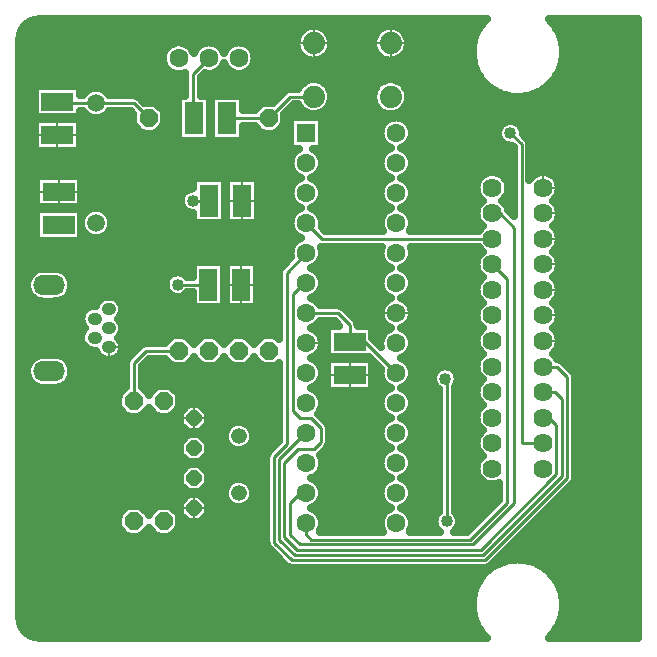
<source format=gbl>
G04 DipTrace 3.3.1.0*
G04 GPIB-USBAR488v1.012Mar2019.GBL*
%MOIN*%
G04 #@! TF.FileFunction,Copper,L2,Bot*
G04 #@! TF.Part,Single*
%AMOUTLINE0*
4,1,8,
0.010709,0.025866,
0.025866,0.010709,
0.025866,-0.010709,
0.010709,-0.025866,
-0.010709,-0.025866,
-0.025866,-0.010709,
-0.025866,0.010709,
-0.010709,0.025866,
0.010709,0.025866,
0*%
%AMOUTLINE1*
4,1,8,
-0.010709,-0.025866,
-0.025866,-0.010709,
-0.025866,0.010709,
-0.010709,0.025866,
0.010709,0.025866,
0.025866,0.010709,
0.025866,-0.010709,
0.010709,-0.025866,
-0.010709,-0.025866,
0*%
%AMOUTLINE2*
4,1,8,
0.012629,-0.030487,
-0.012629,-0.030487,
-0.030487,-0.012629,
-0.030487,0.012629,
-0.012629,0.030487,
0.012629,0.030487,
0.030487,0.012629,
0.030487,-0.012629,
0.012629,-0.030487,
0*%
%AMOUTLINE3*
4,1,8,
0.030487,0.012629,
0.030487,-0.012629,
0.012629,-0.030487,
-0.012629,-0.030487,
-0.030487,-0.012629,
-0.030487,0.012629,
-0.012629,0.030487,
0.012629,0.030487,
0.030487,0.012629,
0*%
%AMOUTLINE4*
4,1,8,
0.030486,-0.012625,
0.012625,-0.030486,
-0.012625,-0.030486,
-0.030486,-0.012625,
-0.030486,0.012625,
-0.012625,0.030486,
0.012625,0.030486,
0.030486,0.012625,
0.030486,-0.012625,
0*%
%AMOUTLINE5*
4,1,8,
-0.030486,0.012625,
-0.012625,0.030486,
0.012625,0.030486,
0.030486,0.012625,
0.030486,-0.012625,
0.012625,-0.030486,
-0.012625,-0.030486,
-0.030486,-0.012625,
-0.030486,0.012625,
0*%
G04 #@! TA.AperFunction,Conductor*
%ADD13C,0.01*%
G04 #@! TA.AperFunction,CopperBalancing*
%ADD15C,0.025*%
%ADD16C,0.007874*%
%ADD20R,0.106299X0.062992*%
%ADD21R,0.062992X0.106299*%
G04 #@! TA.AperFunction,ComponentPad*
%ADD23C,0.06378*%
%ADD24O,0.047244X0.043307*%
%ADD25O,0.106299X0.066929*%
%ADD27C,0.059055*%
%ADD29C,0.074*%
%ADD31C,0.062992*%
%ADD32R,0.062992X0.062992*%
%ADD33C,0.062992*%
%ADD37C,0.05216*%
G04 #@! TA.AperFunction,ViaPad*
%ADD38C,0.04*%
G04 #@! TA.AperFunction,ComponentPad*
%ADD76OUTLINE0*%
%ADD77OUTLINE1*%
%ADD78OUTLINE2*%
%ADD79OUTLINE3*%
%ADD80OUTLINE4*%
%ADD81OUTLINE5*%
%FSLAX26Y26*%
G04*
G70*
G90*
G75*
G01*
G04 Bottom*
%LPD*%
X2022173Y1859370D2*
D13*
X2047360D1*
X2094739Y1811991D1*
Y894018D1*
X1956734Y756013D1*
X1379516D1*
X1346885Y788644D1*
Y894823D1*
X1372625Y920563D1*
X1401693D1*
Y926693D1*
X1864902Y1308639D2*
X1870073D1*
Y832693D1*
X2191071Y1094016D2*
X2119157D1*
Y2090016D1*
X2082480Y2126693D1*
X1401693Y1626693D2*
X1393575D1*
X1356042Y1589160D1*
Y1201499D1*
X1380462Y1177079D1*
X1418618D1*
X1450669Y1145028D1*
Y1096189D1*
X1427776Y1073295D1*
X1373728D1*
X1328686Y1028253D1*
Y781860D1*
X1371762Y738783D1*
X1982579D1*
X2235778Y991983D1*
Y1155241D1*
X2211965Y1179055D1*
X2191071D1*
X1401693Y1126693D2*
X1397836D1*
X1311457Y1040314D1*
Y772383D1*
X1363148Y720692D1*
X1990333D1*
X2254732Y985091D1*
Y1241479D1*
X2232117Y1264094D1*
X2191071D1*
X1401693Y826693D2*
Y789835D1*
X1419146Y772382D1*
X1947975D1*
X2070319Y894726D1*
Y1641146D1*
X2022173Y1689291D1*
X1076693Y2376693D2*
X1024465Y2324465D1*
Y2174465D1*
X1026693Y2176693D1*
X576693Y1821575D2*
D3*
X973618Y1621793D2*
X973883Y1622058D1*
X1075407D1*
X826693Y1233226D2*
Y1360125D1*
X868261Y1401693D1*
X976693D1*
X2191071Y1349134D2*
X2237105D1*
X2271790Y1314449D1*
Y978026D1*
X1997224Y703461D1*
X1352810D1*
X1295088Y761182D1*
Y1048068D1*
X1336383Y1089364D1*
Y1661383D1*
X1401693Y1726693D1*
X1136929Y2176693D2*
X1276693D1*
X1348693Y2248693D1*
X1426693D1*
X2022173Y1774331D2*
X1454055D1*
X1401693Y1826693D1*
Y1526693D2*
X1507273D1*
X1546575Y1487391D1*
Y1431811D1*
X1596575D1*
X1701693Y1326693D1*
X701693Y2226693D2*
X576693D1*
X571575Y2231811D1*
X1024799Y1901693D2*
X1076693D1*
X701693Y2226693D2*
X826693D1*
X876693Y2176693D1*
D38*
X1864902Y1308639D3*
X1870073Y832693D3*
X2082480Y2126693D3*
X576693Y1821575D3*
X973618Y1621793D3*
X1024799Y1901693D3*
X2445849Y826693D3*
Y926693D3*
Y1026693D3*
Y1126693D3*
Y1226693D3*
Y1326693D3*
Y1426693D3*
Y1526693D3*
Y1626693D3*
Y1726693D3*
Y1826693D3*
Y1926693D3*
Y2026693D3*
Y2126693D3*
Y2226693D3*
Y2326693D3*
X1076693Y476693D3*
X976693D3*
X876693D3*
X776693D3*
X676693D3*
X576693D3*
X476693Y526693D3*
Y626693D3*
Y726693D3*
Y826693D3*
Y926693D3*
Y1026693D3*
X1876693Y476693D3*
X1776693D3*
X1676693D3*
X1576693D3*
X1476693D3*
X1376693D3*
X1276693D3*
X1176693D3*
X2376693Y526693D3*
X2445849Y626693D3*
X2376693Y2426693D3*
X2445849Y726693D3*
X476693Y1126693D3*
Y1226693D3*
X676693Y2476693D3*
X476693Y1726693D3*
Y1826693D3*
Y1926693D3*
Y2026693D3*
Y2126693D3*
Y2226693D3*
Y2326693D3*
Y2426693D3*
X576693Y2476693D3*
X776693D3*
X2276693D3*
Y476693D3*
X1876693Y2476693D3*
X1776693D3*
X1576693D3*
X1476693D3*
X1376693D3*
X463982Y2482986D2*
D15*
X1409518D1*
X1443871D2*
X1665516D1*
X1699869D2*
X1980041D1*
X2233216D2*
X2505349D1*
X450705Y2458117D2*
X1375249D1*
X1478141D2*
X1631247D1*
X1734139D2*
X1966261D1*
X2246995D2*
X2505349D1*
X448049Y2433248D2*
X1366385D1*
X1487004D2*
X1622383D1*
X1743002D2*
X1957900D1*
X2255356D2*
X2505349D1*
X448049Y2408379D2*
X931971D1*
X1221282D2*
X1368969D1*
X1484421D2*
X1624967D1*
X1740418D2*
X1954061D1*
X2259196D2*
X2505349D1*
X448049Y2383511D2*
X921852D1*
X1231401D2*
X1385225D1*
X1468165D2*
X1641222D1*
X1724163D2*
X1954384D1*
X2258837D2*
X2505349D1*
X448049Y2358642D2*
X924579D1*
X1228674D2*
X1958905D1*
X2254316D2*
X2505349D1*
X448049Y2333773D2*
X943454D1*
X1109718D2*
X1143652D1*
X1209727D2*
X1968091D1*
X2245165D2*
X2505349D1*
X448049Y2308904D2*
X995774D1*
X1053129D2*
X1982876D1*
X2230345D2*
X2505349D1*
X448049Y2284035D2*
X494759D1*
X648391D2*
X995774D1*
X1053129D2*
X1377976D1*
X1475414D2*
X1633974D1*
X1731411D2*
X2005878D1*
X2207379D2*
X2505349D1*
X448049Y2259167D2*
X494759D1*
X743125D2*
X995774D1*
X1053129D2*
X1319664D1*
X1486430D2*
X1622957D1*
X1742428D2*
X2046104D1*
X2167153D2*
X2505349D1*
X448049Y2234298D2*
X494759D1*
X858600D2*
X971516D1*
X1192108D2*
X1294796D1*
X1485569D2*
X1623819D1*
X1741567D2*
X2505349D1*
X448049Y2209429D2*
X494759D1*
X919532D2*
X971516D1*
X1192108D2*
X1233865D1*
X1348958D2*
X1381277D1*
X1472112D2*
X1637275D1*
X1728110D2*
X2505349D1*
X448049Y2184560D2*
X494759D1*
X648391D2*
X670986D1*
X732396D2*
X822525D1*
X930835D2*
X971516D1*
X1330836D2*
X2505349D1*
X448049Y2159692D2*
X494759D1*
X648391D2*
X822991D1*
X930405D2*
X971516D1*
X1330406D2*
X1346541D1*
X1456862D2*
X1658160D1*
X1745227D2*
X2055362D1*
X2109595D2*
X2505349D1*
X448049Y2134823D2*
X494759D1*
X648391D2*
X843015D1*
X910381D2*
X971516D1*
X1192108D2*
X1243016D1*
X1310382D2*
X1346541D1*
X1456862D2*
X1647143D1*
X1756243D2*
X2039609D1*
X2125348D2*
X2505349D1*
X448049Y2109954D2*
X494759D1*
X648391D2*
X971516D1*
X1192108D2*
X1346541D1*
X1456862D2*
X1649260D1*
X1754126D2*
X2042372D1*
X2138733D2*
X2505349D1*
X448049Y2085085D2*
X494759D1*
X648391D2*
X1346541D1*
X1456862D2*
X1666915D1*
X1736471D2*
X2084572D1*
X2147847D2*
X2505349D1*
X448049Y2060217D2*
X1358563D1*
X1444804D2*
X1658554D1*
X1744832D2*
X2090492D1*
X2147847D2*
X2505349D1*
X448049Y2035348D2*
X1347223D1*
X1456144D2*
X1647251D1*
X1756136D2*
X2090492D1*
X2147847D2*
X2505349D1*
X448049Y2010479D2*
X1349089D1*
X1454314D2*
X1649081D1*
X1754306D2*
X2090492D1*
X2147847D2*
X2505349D1*
X448049Y1985610D2*
X1366242D1*
X1437161D2*
X1666234D1*
X1737153D2*
X1986034D1*
X2058316D2*
X2090492D1*
X2227008D2*
X2505349D1*
X448049Y1960742D2*
X499854D1*
X653522D2*
X1021538D1*
X1242095D2*
X1358993D1*
X1444374D2*
X1659021D1*
X1744366D2*
X1969060D1*
X2075290D2*
X2090492D1*
X2244053D2*
X2505349D1*
X448049Y1935873D2*
X499854D1*
X653522D2*
X999326D1*
X1242095D2*
X1347331D1*
X1456072D2*
X1647323D1*
X1756064D2*
X1967194D1*
X2077156D2*
X2090492D1*
X2245955D2*
X2505349D1*
X448049Y1911004D2*
X499854D1*
X653522D2*
X982209D1*
X1242095D2*
X1348910D1*
X1454457D2*
X1648902D1*
X1754485D2*
X1978283D1*
X2066067D2*
X2090492D1*
X2234795D2*
X2505349D1*
X448049Y1886135D2*
X499854D1*
X653522D2*
X984183D1*
X1242095D2*
X1365596D1*
X1437807D2*
X1665588D1*
X1737799D2*
X1973869D1*
X2070481D2*
X2090492D1*
X2239388D2*
X2505349D1*
X448049Y1861266D2*
X499854D1*
X741295D2*
X1014505D1*
X1242095D2*
X1359460D1*
X1443943D2*
X1659452D1*
X1743935D2*
X1966656D1*
X2246601D2*
X2505349D1*
X448049Y1836398D2*
X499854D1*
X753962D2*
X1021538D1*
X1242095D2*
X1347439D1*
X1455964D2*
X1647430D1*
X1755956D2*
X1971823D1*
X2241398D2*
X2505349D1*
X448049Y1811529D2*
X499854D1*
X752563D2*
X1348766D1*
X1456359D2*
X1648758D1*
X1754629D2*
X1981835D1*
X2231422D2*
X2505349D1*
X448049Y1786660D2*
X499854D1*
X653522D2*
X668079D1*
X735302D2*
X1364950D1*
X2245165D2*
X2505349D1*
X448049Y1761791D2*
X1359926D1*
X2245129D2*
X2505349D1*
X448049Y1736923D2*
X1347510D1*
X1455857D2*
X1647538D1*
X1755849D2*
X1982050D1*
X2231206D2*
X2505349D1*
X448049Y1712054D2*
X1347546D1*
X1454780D2*
X1648615D1*
X1754772D2*
X1971752D1*
X2241505D2*
X2505349D1*
X448049Y1687185D2*
X1020247D1*
X1240803D2*
X1322678D1*
X1439027D2*
X1664368D1*
X1739019D2*
X1966656D1*
X2246601D2*
X2505349D1*
X448049Y1662316D2*
X487115D1*
X601921D2*
X963837D1*
X983406D2*
X1020247D1*
X1240803D2*
X1307715D1*
X1442974D2*
X1660385D1*
X1743002D2*
X1973976D1*
X2239280D2*
X2505349D1*
X448049Y1637448D2*
X470321D1*
X618750D2*
X933048D1*
X1240803D2*
X1307715D1*
X1455749D2*
X1647646D1*
X1755741D2*
X1978283D1*
X2234974D2*
X2505349D1*
X448049Y1612579D2*
X468132D1*
X620904D2*
X931003D1*
X1240803D2*
X1307715D1*
X1454924D2*
X1648435D1*
X1754951D2*
X1967266D1*
X2245991D2*
X2505349D1*
X448049Y1587710D2*
X478395D1*
X610641D2*
X948012D1*
X999231D2*
X1020247D1*
X1240803D2*
X1307715D1*
X1439601D2*
X1663758D1*
X1739593D2*
X1969240D1*
X2243981D2*
X2505349D1*
X448049Y1562841D2*
X702851D1*
X783854D2*
X1020247D1*
X1240803D2*
X1307715D1*
X1442508D2*
X1660887D1*
X1742500D2*
X1986500D1*
X2226757D2*
X2505349D1*
X448049Y1537972D2*
X660866D1*
X790600D2*
X1307715D1*
X1535520D2*
X1647753D1*
X1755633D2*
X1970029D1*
X2243192D2*
X2505349D1*
X448049Y1513104D2*
X649096D1*
X781378D2*
X1307715D1*
X1560387D2*
X1648292D1*
X1755095D2*
X1966979D1*
X2246278D2*
X2505349D1*
X448049Y1488235D2*
X653725D1*
X789057D2*
X1307715D1*
X1440175D2*
X1506226D1*
X1575243D2*
X1663219D1*
X1740167D2*
X1976596D1*
X2236661D2*
X2505349D1*
X448049Y1463366D2*
X652721D1*
X788519D2*
X1307715D1*
X1442005D2*
X1469768D1*
X1623400D2*
X1661210D1*
X1742177D2*
X1975376D1*
X2237881D2*
X2505349D1*
X448049Y1438497D2*
X649204D1*
X782741D2*
X937928D1*
X1015450D2*
X1037937D1*
X1115459D2*
X1137947D1*
X1215433D2*
X1237956D1*
X1455534D2*
X1469768D1*
X1629393D2*
X1647753D1*
X1755633D2*
X1966800D1*
X2246457D2*
X2505349D1*
X448049Y1413629D2*
X662517D1*
X790636D2*
X840682D1*
X1455211D2*
X1469768D1*
X1755346D2*
X1970747D1*
X2242510D2*
X2505349D1*
X448049Y1388760D2*
X704071D1*
X782634D2*
X815814D1*
X1440750D2*
X1469768D1*
X1740885D2*
X1984383D1*
X2228874D2*
X2505349D1*
X448049Y1363891D2*
X477139D1*
X611932D2*
X798303D1*
X869976D2*
X938933D1*
X1014445D2*
X1038942D1*
X1114455D2*
X1138951D1*
X1214428D2*
X1238925D1*
X1441467D2*
X1469768D1*
X1741495D2*
X1968701D1*
X2261852D2*
X2505349D1*
X448049Y1339022D2*
X467917D1*
X621119D2*
X798016D1*
X855371D2*
X1307715D1*
X1455390D2*
X1469768D1*
X1623400D2*
X1648005D1*
X1755382D2*
X1834602D1*
X1895187D2*
X1967589D1*
X2286719D2*
X2505349D1*
X448049Y1314154D2*
X470931D1*
X618140D2*
X798016D1*
X855371D2*
X1307715D1*
X1455354D2*
X1469768D1*
X1623400D2*
X1648040D1*
X1755346D2*
X1821612D1*
X1908213D2*
X1979790D1*
X2300463D2*
X2505349D1*
X448049Y1289285D2*
X489376D1*
X599696D2*
X798016D1*
X855371D2*
X1307715D1*
X1441252D2*
X1469768D1*
X1623400D2*
X1662107D1*
X1741280D2*
X1826062D1*
X1903727D2*
X1972972D1*
X2300463D2*
X2505349D1*
X448049Y1264416D2*
X782334D1*
X971061D2*
X1307715D1*
X1440965D2*
X1662251D1*
X1741136D2*
X1841384D1*
X1898739D2*
X1966620D1*
X2300463D2*
X2505349D1*
X448049Y1239547D2*
X772538D1*
X980858D2*
X1307715D1*
X1455283D2*
X1648005D1*
X1755382D2*
X1841384D1*
X1898739D2*
X1972613D1*
X2300463D2*
X2505349D1*
X448049Y1214679D2*
X773363D1*
X979997D2*
X995666D1*
X1057722D2*
X1307715D1*
X1455462D2*
X1647789D1*
X1755597D2*
X1841384D1*
X1898739D2*
X1980328D1*
X2300463D2*
X2505349D1*
X448049Y1189810D2*
X794535D1*
X858852D2*
X894544D1*
X958825D2*
X977293D1*
X1076094D2*
X1307715D1*
X1445414D2*
X1661425D1*
X1741961D2*
X1841384D1*
X1898739D2*
X1967697D1*
X2300463D2*
X2505349D1*
X448049Y1164941D2*
X977186D1*
X1076202D2*
X1307715D1*
X1470282D2*
X1662968D1*
X1740418D2*
X1841384D1*
X1898739D2*
X1968522D1*
X2300463D2*
X2505349D1*
X448049Y1140072D2*
X994302D1*
X1059085D2*
X1133138D1*
X1220241D2*
X1307715D1*
X1479325D2*
X1648256D1*
X1755131D2*
X1841384D1*
X1898739D2*
X1983665D1*
X2300463D2*
X2505349D1*
X448049Y1115203D2*
X996168D1*
X1057183D2*
X1126966D1*
X1226413D2*
X1307715D1*
X1479325D2*
X1647789D1*
X1755597D2*
X1841384D1*
X1898739D2*
X1971034D1*
X2300463D2*
X2505349D1*
X448049Y1090335D2*
X977365D1*
X1076023D2*
X1134968D1*
X1218411D2*
X1297847D1*
X1478679D2*
X1661102D1*
X1742284D2*
X1841384D1*
X1898739D2*
X1966728D1*
X2300463D2*
X2505349D1*
X448049Y1065466D2*
X977150D1*
X1076238D2*
X1273051D1*
X1459445D2*
X1663542D1*
X1739844D2*
X1841384D1*
X1898739D2*
X1974945D1*
X2300463D2*
X2505349D1*
X448049Y1040597D2*
X993764D1*
X1059624D2*
X1266412D1*
X1455103D2*
X1648399D1*
X1754987D2*
X1841384D1*
X1898739D2*
X1977063D1*
X2300463D2*
X2505349D1*
X448049Y1015728D2*
X996707D1*
X1056681D2*
X1266412D1*
X1455821D2*
X1647682D1*
X1755705D2*
X1841384D1*
X1898739D2*
X1967051D1*
X2300463D2*
X2505349D1*
X448049Y990860D2*
X977437D1*
X1075951D2*
X1266412D1*
X1442938D2*
X1660600D1*
X1742787D2*
X1841384D1*
X1898739D2*
X1969814D1*
X2300463D2*
X2505349D1*
X448049Y965991D2*
X977150D1*
X1076238D2*
X1147958D1*
X1205421D2*
X1266412D1*
X1439278D2*
X1664117D1*
X1739270D2*
X1841384D1*
X1898739D2*
X1988545D1*
X2297520D2*
X2505349D1*
X448049Y941122D2*
X993262D1*
X1060126D2*
X1129191D1*
X1224188D2*
X1266412D1*
X1454852D2*
X1648543D1*
X1754844D2*
X1841384D1*
X1898739D2*
X2041654D1*
X2274411D2*
X2505349D1*
X448049Y916253D2*
X997245D1*
X1056143D2*
X1128114D1*
X1225265D2*
X1266412D1*
X1455821D2*
X1647574D1*
X1755813D2*
X1841384D1*
X1898739D2*
X2041654D1*
X2249543D2*
X2505349D1*
X448049Y891385D2*
X977544D1*
X1075843D2*
X1142791D1*
X1210588D2*
X1266412D1*
X1443261D2*
X1660097D1*
X1743289D2*
X1841384D1*
X1898739D2*
X2027480D1*
X2224675D2*
X2505349D1*
X448049Y866516D2*
X784416D1*
X868971D2*
X884425D1*
X1076238D2*
X1266412D1*
X1438668D2*
X1664727D1*
X1738660D2*
X1841384D1*
X1898739D2*
X2002612D1*
X2199808D2*
X2505349D1*
X448049Y841647D2*
X772538D1*
X1060664D2*
X1266412D1*
X1454709D2*
X1648686D1*
X1754700D2*
X1827390D1*
X1912770D2*
X1977708D1*
X2174940D2*
X2505349D1*
X448049Y816778D2*
X772897D1*
X980499D2*
X1266412D1*
X1455929D2*
X1647466D1*
X1755920D2*
X1829614D1*
X1910545D2*
X1952841D1*
X2150072D2*
X2505349D1*
X448049Y791909D2*
X792454D1*
X860933D2*
X892463D1*
X960942D2*
X1266412D1*
X2125205D2*
X2505349D1*
X448049Y767041D2*
X1266412D1*
X2100337D2*
X2505349D1*
X448049Y742172D2*
X1274594D1*
X2075433D2*
X2505349D1*
X448049Y717303D2*
X1299461D1*
X2050565D2*
X2505349D1*
X448049Y692434D2*
X1324329D1*
X2025698D2*
X2042013D1*
X2171244D2*
X2505349D1*
X448049Y667566D2*
X2003868D1*
X2209389D2*
X2505349D1*
X448049Y642697D2*
X1981584D1*
X2231637D2*
X2505349D1*
X448049Y617828D2*
X1967230D1*
X2245991D2*
X2505349D1*
X448049Y592959D2*
X1958439D1*
X2254782D2*
X2505349D1*
X448049Y568091D2*
X1954240D1*
X2259017D2*
X2505349D1*
X448049Y543222D2*
X1954204D1*
X2259053D2*
X2505349D1*
X448049Y518353D2*
X1958331D1*
X2254890D2*
X2505349D1*
X451351Y493484D2*
X1967051D1*
X2246206D2*
X2505349D1*
X465346Y468616D2*
X1981261D1*
X2231960D2*
X2505349D1*
X1052399Y1117505D2*
X1068659Y1101152D1*
X1071425Y1097014D1*
X1073147Y1092344D1*
X1073732Y1087402D1*
X1073667Y1064323D1*
X1072696Y1059441D1*
X1070612Y1054921D1*
X1067531Y1051013D1*
X1051153Y1034726D1*
X1047014Y1031961D1*
X1042344Y1030239D1*
X1037402Y1029654D1*
X1014323Y1029719D1*
X1009441Y1030690D1*
X1004921Y1032774D1*
X1001012Y1035855D1*
X984726Y1052233D1*
X981961Y1056372D1*
X980239Y1061041D1*
X979653Y1065984D1*
X979719Y1089063D1*
X980690Y1093944D1*
X982774Y1098465D1*
X985855Y1102373D1*
X1002233Y1118659D1*
X1006372Y1121425D1*
X1011041Y1123147D1*
X1015984Y1123732D1*
X1039063Y1123667D1*
X1043944Y1122696D1*
X1048465Y1120612D1*
X1052378Y1117526D1*
X1052409Y1217495D2*
X1068659Y1201153D1*
X1071425Y1197014D1*
X1073147Y1192344D1*
X1073732Y1187402D1*
X1073667Y1164323D1*
X1072696Y1159441D1*
X1070612Y1154921D1*
X1067531Y1151012D1*
X1051153Y1134726D1*
X1047014Y1131961D1*
X1042344Y1130238D1*
X1037402Y1129653D1*
X1014323Y1129719D1*
X1009441Y1130690D1*
X1004921Y1132774D1*
X1001012Y1135855D1*
X984726Y1152233D1*
X981961Y1156372D1*
X980238Y1161041D1*
X979653Y1165984D1*
X979719Y1189063D1*
X980690Y1193945D1*
X982774Y1198465D1*
X985855Y1202373D1*
X1002233Y1218659D1*
X1006372Y1221425D1*
X1011041Y1223147D1*
X1015984Y1223732D1*
X1039063Y1223667D1*
X1043945Y1222696D1*
X1048465Y1220612D1*
X1052378Y1217526D1*
X1000987Y935880D2*
X984727Y952233D1*
X981961Y956372D1*
X980239Y961041D1*
X979654Y965984D1*
X979719Y989063D1*
X980690Y993944D1*
X982774Y998465D1*
X985855Y1002373D1*
X1002233Y1018659D1*
X1006372Y1021425D1*
X1011041Y1023147D1*
X1015984Y1023732D1*
X1039063Y1023667D1*
X1043944Y1022696D1*
X1048465Y1020612D1*
X1052373Y1017531D1*
X1068659Y1001153D1*
X1071425Y997014D1*
X1073147Y992344D1*
X1073732Y987402D1*
X1073667Y964323D1*
X1072696Y959441D1*
X1070612Y954921D1*
X1067531Y951012D1*
X1051153Y934726D1*
X1047014Y931961D1*
X1042344Y930238D1*
X1037402Y929653D1*
X1014323Y929719D1*
X1009441Y930690D1*
X1004921Y932774D1*
X1001008Y935860D1*
X996520Y940348D1*
X1000977Y835890D2*
X984726Y852233D1*
X981961Y856372D1*
X980238Y861041D1*
X979653Y865984D1*
X979719Y889063D1*
X980690Y893944D1*
X982774Y898465D1*
X985855Y902373D1*
X1002233Y918659D1*
X1006372Y921425D1*
X1011041Y923147D1*
X1015984Y923732D1*
X1039063Y923667D1*
X1043945Y922696D1*
X1048465Y920612D1*
X1052373Y917531D1*
X1068659Y901153D1*
X1071425Y897014D1*
X1073147Y892344D1*
X1073732Y887402D1*
X1073667Y864323D1*
X1072696Y859441D1*
X1070612Y854921D1*
X1067531Y851012D1*
X1051153Y834726D1*
X1047014Y831961D1*
X1042344Y830238D1*
X1037402Y829653D1*
X1014323Y829719D1*
X1009441Y830690D1*
X1004921Y832773D1*
X1001008Y835860D1*
X506438Y2284480D2*
X645898D1*
Y2252866D1*
X658258D1*
X663140Y2259620D1*
X668765Y2265246D1*
X675202Y2269922D1*
X682291Y2273534D1*
X689857Y2275993D1*
X697715Y2277237D1*
X705671D1*
X713529Y2275993D1*
X721095Y2273534D1*
X728184Y2269922D1*
X734620Y2265246D1*
X740246Y2259620D1*
X745097Y2252872D1*
X828746Y2252786D1*
X832803Y2252143D1*
X836709Y2250874D1*
X840368Y2249009D1*
X843691Y2246595D1*
X862125Y2228276D1*
X890983Y2228288D1*
X895864Y2227317D1*
X900385Y2225233D1*
X904293Y2222152D1*
X923280Y2203072D1*
X926045Y2198934D1*
X927768Y2194264D1*
X928353Y2189322D1*
X928288Y2162403D1*
X927317Y2157521D1*
X925233Y2153001D1*
X922152Y2149093D1*
X903072Y2130106D1*
X898934Y2127340D1*
X894264Y2125618D1*
X889315Y2125033D1*
X862403Y2125098D1*
X857521Y2126069D1*
X853001Y2128153D1*
X849093Y2131234D1*
X830106Y2150313D1*
X827341Y2154452D1*
X825618Y2159121D1*
X825033Y2164064D1*
X825099Y2190989D1*
X815836Y2200535D1*
X745128Y2200520D1*
X740246Y2193765D1*
X734620Y2188140D1*
X728184Y2183463D1*
X721095Y2179851D1*
X713529Y2177393D1*
X705671Y2176148D1*
X697715D1*
X689857Y2177393D1*
X682291Y2179851D1*
X675202Y2183463D1*
X668765Y2188140D1*
X663140Y2193765D1*
X658289Y2200514D1*
X645893Y2200520D1*
X645898Y2179142D1*
X497252D1*
Y2284480D1*
X506438D1*
X499089Y2174244D2*
X645898D1*
Y2068905D1*
X497252D1*
Y2174244D1*
X499089D1*
X511557Y1874244D2*
X651016D1*
Y1768905D1*
X502370D1*
Y1874244D1*
X511557D1*
X504207Y1984480D2*
X651016D1*
Y1879142D1*
X502370D1*
Y1984480D1*
X504207D1*
X1033210Y1976016D2*
X1129362D1*
Y1827370D1*
X1024024D1*
Y1860563D1*
X1018358Y1861027D1*
X1012076Y1862535D1*
X1006107Y1865007D1*
X1000598Y1868383D1*
X995685Y1872579D1*
X991489Y1877492D1*
X988114Y1883001D1*
X985641Y1888970D1*
X984133Y1895252D1*
X983626Y1901693D1*
X984133Y1908134D1*
X985641Y1914416D1*
X988114Y1920385D1*
X991489Y1925894D1*
X995685Y1930807D1*
X1000598Y1935003D1*
X1006107Y1938379D1*
X1012076Y1940851D1*
X1018358Y1942359D1*
X1024029Y1942836D1*
X1024024Y1976016D1*
X1033210D1*
X1136097D2*
X1239599D1*
Y1827370D1*
X1134260D1*
Y1976016D1*
X1136097D1*
X1031924Y1696380D2*
X1128076D1*
Y1547735D1*
X1022738D1*
Y1595855D1*
X1005612Y1595884D1*
X1000358Y1590484D1*
X995131Y1586687D1*
X989374Y1583754D1*
X983230Y1581757D1*
X976849Y1580746D1*
X970388D1*
X964006Y1581757D1*
X957862Y1583754D1*
X952105Y1586687D1*
X946878Y1590484D1*
X942310Y1595053D1*
X938512Y1600280D1*
X935579Y1606036D1*
X933583Y1612181D1*
X932572Y1618562D1*
Y1625023D1*
X933583Y1631404D1*
X935579Y1637549D1*
X938512Y1643306D1*
X942310Y1648533D1*
X946878Y1653101D1*
X952105Y1656899D1*
X957862Y1659832D1*
X964006Y1661828D1*
X970388Y1662839D1*
X976849D1*
X983230Y1661828D1*
X989374Y1659832D1*
X995131Y1656899D1*
X1000358Y1653101D1*
X1005169Y1648225D1*
X1022722Y1648231D1*
X1022738Y1696380D1*
X1031924D1*
X1134811D2*
X1238312D1*
Y1547735D1*
X1132974D1*
Y1696380D1*
X1134811D1*
X1474089Y1374244D2*
X1617131D1*
X1620893Y1370479D1*
X1620898Y1268905D1*
X1472252D1*
Y1374244D1*
X1474089D1*
X1481439Y1484480D2*
X1512478D1*
X1496426Y1500525D1*
X1447382Y1500520D1*
X1444303Y1495735D1*
X1438936Y1489450D1*
X1432651Y1484083D1*
X1425604Y1479764D1*
X1418226Y1476696D1*
X1424617Y1474112D1*
X1430989Y1470462D1*
X1436792Y1465962D1*
X1441913Y1460699D1*
X1446251Y1454775D1*
X1449724Y1448305D1*
X1452263Y1441415D1*
X1453819Y1434238D1*
X1454362Y1426693D1*
X1453850Y1419368D1*
X1452325Y1412185D1*
X1449815Y1405284D1*
X1446369Y1398799D1*
X1442056Y1392857D1*
X1436958Y1387572D1*
X1431174Y1383047D1*
X1424817Y1379371D1*
X1418248Y1376697D1*
X1425604Y1373622D1*
X1432651Y1369303D1*
X1438936Y1363936D1*
X1444303Y1357651D1*
X1448622Y1350604D1*
X1451784Y1342969D1*
X1453714Y1334932D1*
X1454362Y1326693D1*
X1453714Y1318454D1*
X1451784Y1310417D1*
X1448622Y1302782D1*
X1444303Y1295735D1*
X1438936Y1289450D1*
X1432651Y1284083D1*
X1425604Y1279764D1*
X1418226Y1276696D1*
X1425604Y1273622D1*
X1432651Y1269303D1*
X1438936Y1263936D1*
X1444303Y1257651D1*
X1448622Y1250604D1*
X1451784Y1242969D1*
X1453714Y1234932D1*
X1454362Y1226693D1*
X1453714Y1218454D1*
X1451784Y1210417D1*
X1448622Y1202782D1*
X1444303Y1195735D1*
X1441008Y1191692D1*
X1470572Y1162026D1*
X1472986Y1158703D1*
X1474850Y1155044D1*
X1476119Y1151138D1*
X1476762Y1147081D1*
X1476843Y1096189D1*
X1476520Y1092095D1*
X1475562Y1088101D1*
X1473990Y1084307D1*
X1471844Y1080805D1*
X1469177Y1077682D1*
X1446349Y1054854D1*
X1450462Y1046894D1*
X1453022Y1039016D1*
X1454318Y1030835D1*
Y1022551D1*
X1453022Y1014370D1*
X1450462Y1006492D1*
X1446702Y999112D1*
X1441833Y992410D1*
X1435976Y986553D1*
X1429274Y981684D1*
X1421894Y977924D1*
X1418415Y976640D1*
X1425604Y973622D1*
X1432651Y969303D1*
X1438936Y963936D1*
X1444303Y957651D1*
X1448622Y950604D1*
X1451784Y942969D1*
X1453714Y934932D1*
X1454362Y926693D1*
X1453714Y918454D1*
X1451784Y910417D1*
X1448622Y902782D1*
X1444303Y895735D1*
X1438936Y889450D1*
X1432651Y884083D1*
X1425604Y879764D1*
X1418226Y876696D1*
X1425604Y873622D1*
X1432651Y869303D1*
X1438936Y863936D1*
X1444303Y857651D1*
X1448622Y850604D1*
X1451784Y842969D1*
X1453714Y834932D1*
X1454362Y826693D1*
X1453714Y818454D1*
X1451784Y810417D1*
X1448622Y802782D1*
X1446179Y798542D1*
X1657165Y798555D1*
X1653033Y806537D1*
X1650479Y814398D1*
X1649186Y822561D1*
Y830825D1*
X1650479Y838988D1*
X1653033Y846849D1*
X1656785Y854213D1*
X1661643Y860899D1*
X1667487Y866743D1*
X1674173Y871601D1*
X1681537Y875353D1*
X1685160Y876689D1*
X1677782Y879764D1*
X1670735Y884083D1*
X1664450Y889450D1*
X1659083Y895735D1*
X1654764Y902782D1*
X1651601Y910417D1*
X1649672Y918454D1*
X1649024Y926693D1*
X1649672Y934932D1*
X1651601Y942969D1*
X1654764Y950604D1*
X1659083Y957651D1*
X1664450Y963936D1*
X1670735Y969303D1*
X1677782Y973622D1*
X1685160Y976689D1*
X1677782Y979764D1*
X1670735Y984083D1*
X1664450Y989450D1*
X1659083Y995735D1*
X1654764Y1002782D1*
X1651601Y1010417D1*
X1649672Y1018454D1*
X1649024Y1026693D1*
X1649672Y1034932D1*
X1651601Y1042969D1*
X1654764Y1050604D1*
X1659083Y1057651D1*
X1664450Y1063936D1*
X1670735Y1069303D1*
X1677782Y1073622D1*
X1685160Y1076689D1*
X1677782Y1079764D1*
X1670735Y1084083D1*
X1664450Y1089450D1*
X1659083Y1095735D1*
X1654764Y1102782D1*
X1651601Y1110417D1*
X1649672Y1118454D1*
X1649024Y1126693D1*
X1649672Y1134932D1*
X1651601Y1142969D1*
X1654764Y1150604D1*
X1659083Y1157651D1*
X1664450Y1163936D1*
X1670735Y1169303D1*
X1677782Y1173622D1*
X1684978Y1176622D1*
X1677728Y1179659D1*
X1670665Y1183987D1*
X1664367Y1189367D1*
X1658987Y1195665D1*
X1654659Y1202728D1*
X1651489Y1210381D1*
X1649555Y1218435D1*
X1648906Y1226693D1*
X1649555Y1234951D1*
X1651489Y1243005D1*
X1654659Y1250658D1*
X1658987Y1257721D1*
X1664367Y1264019D1*
X1670665Y1269399D1*
X1677728Y1273727D1*
X1684971Y1276745D1*
X1677782Y1279764D1*
X1670735Y1284083D1*
X1664450Y1289450D1*
X1659083Y1295735D1*
X1654764Y1302782D1*
X1651601Y1310417D1*
X1649672Y1318454D1*
X1649024Y1326693D1*
X1649672Y1334932D1*
X1650895Y1340465D1*
X1612250Y1379142D1*
X1472252D1*
Y1484480D1*
X1481439D1*
X1572764D2*
X1620898D1*
Y1444469D1*
X1650174Y1415226D1*
X1649068Y1422551D1*
Y1430835D1*
X1650364Y1439016D1*
X1652924Y1446894D1*
X1656684Y1454274D1*
X1661553Y1460976D1*
X1667410Y1466833D1*
X1674112Y1471702D1*
X1681492Y1475462D1*
X1684971Y1476745D1*
X1678669Y1479323D1*
X1672304Y1482985D1*
X1666511Y1487498D1*
X1661402Y1492772D1*
X1657075Y1498705D1*
X1653616Y1505182D1*
X1651092Y1512078D1*
X1649551Y1519258D1*
X1649024Y1526582D1*
X1649520Y1533908D1*
X1651031Y1541094D1*
X1653526Y1548000D1*
X1656958Y1554492D1*
X1661259Y1560444D1*
X1666346Y1565739D1*
X1672120Y1570276D1*
X1678469Y1573966D1*
X1685141Y1576691D1*
X1677782Y1579764D1*
X1670735Y1584083D1*
X1664450Y1589450D1*
X1659083Y1595735D1*
X1654764Y1602782D1*
X1651601Y1610417D1*
X1649672Y1618454D1*
X1649024Y1626693D1*
X1649672Y1634932D1*
X1651601Y1642969D1*
X1654764Y1650604D1*
X1659083Y1657651D1*
X1664450Y1663936D1*
X1670735Y1669303D1*
X1677782Y1673622D1*
X1685160Y1676689D1*
X1677782Y1679764D1*
X1670735Y1684083D1*
X1664450Y1689450D1*
X1659083Y1695735D1*
X1654764Y1702782D1*
X1651601Y1710417D1*
X1649672Y1718454D1*
X1649024Y1726693D1*
X1649672Y1734932D1*
X1651601Y1742969D1*
X1653635Y1748154D1*
X1452002Y1748238D1*
X1449953Y1748481D1*
X1451784Y1742969D1*
X1453714Y1734932D1*
X1454362Y1726693D1*
X1453714Y1718454D1*
X1451784Y1710417D1*
X1448622Y1702782D1*
X1444303Y1695735D1*
X1438936Y1689450D1*
X1432651Y1684083D1*
X1425604Y1679764D1*
X1418226Y1676696D1*
X1425604Y1673622D1*
X1432651Y1669303D1*
X1438936Y1663936D1*
X1444303Y1657651D1*
X1448622Y1650604D1*
X1451784Y1642969D1*
X1453714Y1634932D1*
X1454362Y1626693D1*
X1453714Y1618454D1*
X1451784Y1610417D1*
X1448622Y1602782D1*
X1444303Y1595735D1*
X1438936Y1589450D1*
X1432651Y1584083D1*
X1425604Y1579764D1*
X1418226Y1576696D1*
X1425604Y1573622D1*
X1432651Y1569303D1*
X1438936Y1563936D1*
X1444303Y1557651D1*
X1447351Y1552874D1*
X1509327Y1552786D1*
X1513383Y1552143D1*
X1517289Y1550874D1*
X1520949Y1549009D1*
X1524271Y1546595D1*
X1565082Y1505898D1*
X1567750Y1502775D1*
X1569895Y1499274D1*
X1571467Y1495479D1*
X1572426Y1491485D1*
X1572748Y1484484D1*
X983210Y2251016D2*
X998317D1*
X998372Y2326518D1*
X998615Y2328567D1*
X989016Y2325364D1*
X980835Y2324068D1*
X972551D1*
X964370Y2325364D1*
X956492Y2327924D1*
X949112Y2331684D1*
X942410Y2336553D1*
X936553Y2342410D1*
X931684Y2349112D1*
X927924Y2356492D1*
X925364Y2364370D1*
X924068Y2372551D1*
Y2380835D1*
X925364Y2389016D1*
X927924Y2396894D1*
X931684Y2404274D1*
X936553Y2410976D1*
X942410Y2416833D1*
X949112Y2421702D1*
X956492Y2425462D1*
X964370Y2428022D1*
X972551Y2429318D1*
X980835D1*
X989016Y2428022D1*
X996894Y2425462D1*
X1004274Y2421702D1*
X1010976Y2416833D1*
X1016833Y2410976D1*
X1021702Y2404274D1*
X1025462Y2396894D1*
X1026745Y2393415D1*
X1029764Y2400604D1*
X1034083Y2407651D1*
X1039450Y2413936D1*
X1045735Y2419303D1*
X1052782Y2423622D1*
X1060417Y2426784D1*
X1068454Y2428714D1*
X1076693Y2429362D1*
X1084932Y2428714D1*
X1092969Y2426784D1*
X1100604Y2423622D1*
X1107651Y2419303D1*
X1113936Y2413936D1*
X1119303Y2407651D1*
X1123622Y2400604D1*
X1126689Y2393226D1*
X1129764Y2400604D1*
X1134083Y2407651D1*
X1139450Y2413936D1*
X1145735Y2419303D1*
X1152782Y2423622D1*
X1160417Y2426784D1*
X1168454Y2428714D1*
X1176693Y2429362D1*
X1184932Y2428714D1*
X1192969Y2426784D1*
X1200604Y2423622D1*
X1207651Y2419303D1*
X1213936Y2413936D1*
X1219303Y2407651D1*
X1223622Y2400604D1*
X1226784Y2392969D1*
X1228714Y2384932D1*
X1229362Y2376693D1*
X1228714Y2368454D1*
X1226784Y2360417D1*
X1223622Y2352782D1*
X1219303Y2345735D1*
X1213936Y2339450D1*
X1207651Y2334083D1*
X1200604Y2329764D1*
X1192969Y2326601D1*
X1184932Y2324672D1*
X1176693Y2324024D1*
X1168454Y2324672D1*
X1160417Y2326601D1*
X1152782Y2329764D1*
X1145735Y2334083D1*
X1139450Y2339450D1*
X1134083Y2345735D1*
X1129764Y2352782D1*
X1126696Y2360160D1*
X1123622Y2352782D1*
X1119303Y2345735D1*
X1113936Y2339450D1*
X1107651Y2334083D1*
X1100604Y2329764D1*
X1092969Y2326601D1*
X1084932Y2324672D1*
X1076693Y2324024D1*
X1068454Y2324672D1*
X1062920Y2325895D1*
X1050618Y2313604D1*
X1050638Y2251010D1*
X1079362Y2251016D1*
Y2102370D1*
X974024D1*
Y2251016D1*
X983210D1*
X1093446D2*
X1189599D1*
Y2202895D1*
X1229905Y2202866D1*
X1250313Y2223280D1*
X1254452Y2226045D1*
X1259121Y2227768D1*
X1264064Y2228353D1*
X1290989Y2228287D1*
X1316647Y2253662D1*
X1331695Y2268595D1*
X1335017Y2271009D1*
X1338677Y2272874D1*
X1342583Y2274143D1*
X1346639Y2274786D1*
X1374709Y2274866D1*
X1379630Y2282886D1*
X1385558Y2289828D1*
X1392500Y2295756D1*
X1400283Y2300526D1*
X1408716Y2304019D1*
X1417593Y2306150D1*
X1426693Y2306866D1*
X1435793Y2306150D1*
X1444669Y2304019D1*
X1453103Y2300526D1*
X1460886Y2295756D1*
X1467828Y2289828D1*
X1473756Y2282886D1*
X1478526Y2275103D1*
X1482019Y2266669D1*
X1484150Y2257793D1*
X1484866Y2248693D1*
X1484150Y2239593D1*
X1482019Y2230716D1*
X1478526Y2222283D1*
X1473756Y2214500D1*
X1467828Y2207558D1*
X1460886Y2201630D1*
X1453103Y2196860D1*
X1444669Y2193367D1*
X1435793Y2191236D1*
X1426693Y2190520D1*
X1417593Y2191236D1*
X1408716Y2193367D1*
X1400283Y2196860D1*
X1392500Y2201630D1*
X1385558Y2207558D1*
X1379630Y2214500D1*
X1374748Y2222526D1*
X1359554Y2222520D1*
X1328288Y2190983D1*
Y2162403D1*
X1327317Y2157521D1*
X1325233Y2153001D1*
X1322152Y2149093D1*
X1303073Y2130106D1*
X1298934Y2127340D1*
X1294264Y2125618D1*
X1289322Y2125033D1*
X1262403Y2125098D1*
X1257521Y2126069D1*
X1253001Y2128153D1*
X1249092Y2131234D1*
X1230102Y2150318D1*
X1194016Y2150520D1*
X1189602D1*
X1189599Y2102370D1*
X1084260D1*
Y2251016D1*
X1093446D1*
X2222785Y1391650D2*
X2228592Y1386655D1*
X2234000Y1380324D1*
X2237181Y1375311D1*
X2241199Y1374985D1*
X2245193Y1374026D1*
X2248987Y1372454D1*
X2252489Y1370308D1*
X2255612Y1367641D1*
X2291692Y1331447D1*
X2294106Y1328124D1*
X2295971Y1324465D1*
X2297240Y1320559D1*
X2297883Y1316502D1*
X2297963Y1204213D1*
X2297883Y975973D1*
X2297240Y971916D1*
X2295971Y968010D1*
X2294106Y964351D1*
X2291692Y961028D1*
X2212349Y881570D1*
X2014223Y683558D1*
X2010900Y681144D1*
X2007240Y679280D1*
X2003334Y678011D1*
X1999278Y677368D1*
X1886988Y677287D1*
X1350756Y677368D1*
X1346700Y678011D1*
X1342794Y679280D1*
X1339134Y681144D1*
X1335812Y683558D1*
X1276581Y742675D1*
X1273913Y745798D1*
X1271767Y749300D1*
X1270196Y753094D1*
X1269237Y757088D1*
X1268915Y761182D1*
X1268995Y1050122D1*
X1269638Y1054178D1*
X1270907Y1058084D1*
X1272772Y1061744D1*
X1275186Y1065066D1*
X1310201Y1100196D1*
X1310210Y1362191D1*
X1303069Y1355106D1*
X1298930Y1352341D1*
X1294260Y1350618D1*
X1289318Y1350033D1*
X1262407Y1350099D1*
X1257525Y1351070D1*
X1253005Y1353153D1*
X1249096Y1356235D1*
X1230107Y1375317D1*
X1227339Y1379461D1*
X1226044Y1379455D1*
X1223279Y1375317D1*
X1203069Y1355106D1*
X1198930Y1352341D1*
X1194260Y1350618D1*
X1189318Y1350033D1*
X1162407Y1350099D1*
X1157525Y1351070D1*
X1153005Y1353153D1*
X1149096Y1356235D1*
X1130107Y1375317D1*
X1127339Y1379461D1*
X1126044Y1379456D1*
X1123279Y1375318D1*
X1103069Y1355108D1*
X1098930Y1352342D1*
X1094260Y1350620D1*
X1089318Y1350035D1*
X1062407Y1350100D1*
X1057525Y1351071D1*
X1053005Y1353155D1*
X1049092Y1356241D1*
X1030107Y1375318D1*
X1027339Y1379462D1*
X1026044Y1379456D1*
X1023279Y1375318D1*
X1003069Y1355108D1*
X998930Y1352343D1*
X994260Y1350620D1*
X989318Y1350035D1*
X962407Y1350100D1*
X957525Y1351071D1*
X953005Y1353155D1*
X949096Y1356236D1*
X930103Y1375323D1*
X894016Y1375520D1*
X879124D1*
X852843Y1349261D1*
X852866Y1279995D1*
X873280Y1259605D1*
X876048Y1255461D1*
X877341Y1255467D1*
X880106Y1259605D1*
X900313Y1279813D1*
X904452Y1282578D1*
X909122Y1284301D1*
X914064Y1284886D1*
X940983Y1284821D1*
X945864Y1283850D1*
X950385Y1281766D1*
X954293Y1278684D1*
X973280Y1259605D1*
X976045Y1255467D1*
X977768Y1250797D1*
X978353Y1245854D1*
X978288Y1218936D1*
X977317Y1214054D1*
X975233Y1209534D1*
X972152Y1205625D1*
X953073Y1186638D1*
X948934Y1183873D1*
X944264Y1182150D1*
X939322Y1181565D1*
X912403Y1181631D1*
X907521Y1182602D1*
X903001Y1184686D1*
X899092Y1187767D1*
X880106Y1206846D1*
X877338Y1210990D1*
X876045Y1210985D1*
X873280Y1206846D1*
X853073Y1186638D1*
X848934Y1183873D1*
X844264Y1182150D1*
X839322Y1181565D1*
X812403Y1181631D1*
X807521Y1182602D1*
X803001Y1184686D1*
X799088Y1187772D1*
X780106Y1206846D1*
X777341Y1210985D1*
X775618Y1215654D1*
X775033Y1220597D1*
X775098Y1247516D1*
X776069Y1252397D1*
X778153Y1256917D1*
X781234Y1260826D1*
X800318Y1279817D1*
X800520Y1315903D1*
X800600Y1362178D1*
X801243Y1366235D1*
X802512Y1370141D1*
X804377Y1373800D1*
X806791Y1377123D1*
X849754Y1420200D1*
X852877Y1422868D1*
X856379Y1425013D1*
X860173Y1426585D1*
X864167Y1427544D1*
X868261Y1427866D1*
X930107Y1428069D1*
X950317Y1448280D1*
X954456Y1451045D1*
X959125Y1452768D1*
X964068Y1453353D1*
X990979Y1453287D1*
X995861Y1452316D1*
X1000381Y1450232D1*
X1004289Y1447151D1*
X1023279Y1428069D1*
X1026047Y1423925D1*
X1027342Y1423931D1*
X1030107Y1428069D1*
X1050317Y1448279D1*
X1054456Y1451045D1*
X1059125Y1452767D1*
X1064068Y1453352D1*
X1090979Y1453287D1*
X1095860Y1452316D1*
X1100381Y1450232D1*
X1104289Y1447151D1*
X1123279Y1428069D1*
X1126047Y1423925D1*
X1127342Y1423929D1*
X1130107Y1428068D1*
X1150317Y1448278D1*
X1154456Y1451043D1*
X1159125Y1452766D1*
X1164075Y1453351D1*
X1190979Y1453286D1*
X1195860Y1452315D1*
X1200381Y1450231D1*
X1204289Y1447149D1*
X1223279Y1428068D1*
X1226047Y1423923D1*
X1227342Y1423929D1*
X1230107Y1428068D1*
X1250317Y1448278D1*
X1254456Y1451043D1*
X1259125Y1452766D1*
X1264068Y1453351D1*
X1290979Y1453286D1*
X1295860Y1452315D1*
X1300381Y1450231D1*
X1304289Y1447150D1*
X1310202Y1441237D1*
X1310291Y1663437D1*
X1310933Y1667493D1*
X1312202Y1671399D1*
X1314067Y1675059D1*
X1316481Y1678381D1*
X1350887Y1712902D1*
X1349672Y1718454D1*
X1349024Y1726693D1*
X1349672Y1734932D1*
X1351601Y1742969D1*
X1354764Y1750604D1*
X1359083Y1757651D1*
X1364450Y1763936D1*
X1370735Y1769303D1*
X1377782Y1773622D1*
X1385160Y1776689D1*
X1377782Y1779764D1*
X1370735Y1784083D1*
X1364450Y1789450D1*
X1359083Y1795735D1*
X1354764Y1802782D1*
X1351601Y1810417D1*
X1349672Y1818454D1*
X1349024Y1826693D1*
X1349672Y1834932D1*
X1351601Y1842969D1*
X1354764Y1850604D1*
X1359083Y1857651D1*
X1364450Y1863936D1*
X1370735Y1869303D1*
X1377782Y1873622D1*
X1385160Y1876689D1*
X1377782Y1879764D1*
X1370735Y1884083D1*
X1364450Y1889450D1*
X1359083Y1895735D1*
X1354764Y1902782D1*
X1351601Y1910417D1*
X1349672Y1918454D1*
X1349024Y1926693D1*
X1349672Y1934932D1*
X1351601Y1942969D1*
X1354764Y1950604D1*
X1359083Y1957651D1*
X1364450Y1963936D1*
X1370735Y1969303D1*
X1377782Y1973622D1*
X1385160Y1976689D1*
X1377782Y1979764D1*
X1370735Y1984083D1*
X1364450Y1989450D1*
X1359083Y1995735D1*
X1354764Y2002782D1*
X1351601Y2010417D1*
X1349672Y2018454D1*
X1349024Y2026693D1*
X1349672Y2034932D1*
X1351601Y2042969D1*
X1354764Y2050604D1*
X1359083Y2057651D1*
X1364450Y2063936D1*
X1370735Y2069303D1*
X1377782Y2073622D1*
X1378647Y2074021D1*
X1349024Y2074023D1*
Y2179362D1*
X1454362D1*
Y2074023D1*
X1424830D1*
X1432651Y2069303D1*
X1438936Y2063936D1*
X1444303Y2057651D1*
X1448622Y2050604D1*
X1451784Y2042969D1*
X1453714Y2034932D1*
X1454362Y2026693D1*
X1453714Y2018454D1*
X1451784Y2010417D1*
X1448622Y2002782D1*
X1444303Y1995735D1*
X1438936Y1989450D1*
X1432651Y1984083D1*
X1425604Y1979764D1*
X1418226Y1976696D1*
X1425604Y1973622D1*
X1432651Y1969303D1*
X1438936Y1963936D1*
X1444303Y1957651D1*
X1448622Y1950604D1*
X1451784Y1942969D1*
X1453714Y1934932D1*
X1454362Y1926693D1*
X1453714Y1918454D1*
X1451784Y1910417D1*
X1448622Y1902782D1*
X1444303Y1895735D1*
X1438936Y1889450D1*
X1432651Y1884083D1*
X1425604Y1879764D1*
X1418226Y1876696D1*
X1425604Y1873622D1*
X1432651Y1869303D1*
X1438936Y1863936D1*
X1444303Y1857651D1*
X1448622Y1850604D1*
X1451784Y1842969D1*
X1453714Y1834932D1*
X1454362Y1826693D1*
X1453714Y1818454D1*
X1452490Y1812920D1*
X1464884Y1800517D1*
X1655975Y1800504D1*
X1653033Y1806537D1*
X1650479Y1814398D1*
X1649186Y1822561D1*
Y1830825D1*
X1650479Y1838988D1*
X1653033Y1846849D1*
X1656785Y1854213D1*
X1661643Y1860899D1*
X1667487Y1866743D1*
X1674173Y1871601D1*
X1681537Y1875353D1*
X1685160Y1876689D1*
X1677782Y1879764D1*
X1670735Y1884083D1*
X1664450Y1889450D1*
X1659083Y1895735D1*
X1654764Y1902782D1*
X1651601Y1910417D1*
X1649672Y1918454D1*
X1649024Y1926693D1*
X1649672Y1934932D1*
X1651601Y1942969D1*
X1654764Y1950604D1*
X1659083Y1957651D1*
X1664450Y1963936D1*
X1670735Y1969303D1*
X1677782Y1973622D1*
X1685160Y1976689D1*
X1677782Y1979764D1*
X1670735Y1984083D1*
X1664450Y1989450D1*
X1659083Y1995735D1*
X1654764Y2002782D1*
X1651601Y2010417D1*
X1649672Y2018454D1*
X1649024Y2026693D1*
X1649672Y2034932D1*
X1651601Y2042969D1*
X1654764Y2050604D1*
X1659083Y2057651D1*
X1664450Y2063936D1*
X1670735Y2069303D1*
X1677782Y2073622D1*
X1685160Y2076689D1*
X1677782Y2079764D1*
X1670735Y2084083D1*
X1664450Y2089450D1*
X1659083Y2095735D1*
X1654764Y2102782D1*
X1651601Y2110417D1*
X1649672Y2118454D1*
X1649024Y2126693D1*
X1649672Y2134932D1*
X1651601Y2142969D1*
X1654764Y2150604D1*
X1659083Y2157651D1*
X1664450Y2163936D1*
X1670735Y2169303D1*
X1677782Y2173622D1*
X1685417Y2176784D1*
X1693454Y2178714D1*
X1701693Y2179362D1*
X1709932Y2178714D1*
X1717969Y2176784D1*
X1725604Y2173622D1*
X1732651Y2169303D1*
X1738936Y2163936D1*
X1744303Y2157651D1*
X1748622Y2150604D1*
X1751784Y2142969D1*
X1753714Y2134932D1*
X1754362Y2126693D1*
X1753714Y2118454D1*
X1751784Y2110417D1*
X1748622Y2102782D1*
X1744303Y2095735D1*
X1738936Y2089450D1*
X1732651Y2084083D1*
X1725604Y2079764D1*
X1718226Y2076696D1*
X1725604Y2073622D1*
X1732651Y2069303D1*
X1738936Y2063936D1*
X1744303Y2057651D1*
X1748622Y2050604D1*
X1751784Y2042969D1*
X1753714Y2034932D1*
X1754362Y2026693D1*
X1753714Y2018454D1*
X1751784Y2010417D1*
X1748622Y2002782D1*
X1744303Y1995735D1*
X1738936Y1989450D1*
X1732651Y1984083D1*
X1725604Y1979764D1*
X1718226Y1976696D1*
X1725604Y1973622D1*
X1732651Y1969303D1*
X1738936Y1963936D1*
X1744303Y1957651D1*
X1748622Y1950604D1*
X1751784Y1942969D1*
X1753714Y1934932D1*
X1754362Y1926693D1*
X1753714Y1918454D1*
X1751784Y1910417D1*
X1748622Y1902782D1*
X1744303Y1895735D1*
X1738936Y1889450D1*
X1732651Y1884083D1*
X1725604Y1879764D1*
X1718226Y1876696D1*
X1725604Y1873622D1*
X1732651Y1869303D1*
X1738936Y1863936D1*
X1744303Y1857651D1*
X1748622Y1850604D1*
X1751784Y1842969D1*
X1753714Y1834932D1*
X1754362Y1826693D1*
X1753714Y1818454D1*
X1751784Y1810417D1*
X1748622Y1802782D1*
X1747351Y1800512D1*
X1975991Y1800504D1*
X1979244Y1805520D1*
X1984652Y1811852D1*
X1990460Y1816846D1*
X1984652Y1821849D1*
X1979244Y1828180D1*
X1974894Y1835280D1*
X1971707Y1842973D1*
X1969764Y1851069D1*
X1969110Y1859370D1*
X1969764Y1867671D1*
X1971707Y1875767D1*
X1974894Y1883460D1*
X1979244Y1890560D1*
X1984652Y1896891D1*
X1990357Y1901805D1*
X1984569Y1906805D1*
X1979149Y1913150D1*
X1974789Y1920266D1*
X1971595Y1927976D1*
X1969647Y1936090D1*
X1968992Y1944409D1*
X1969647Y1952729D1*
X1971595Y1960843D1*
X1974789Y1968553D1*
X1979149Y1975669D1*
X1984569Y1982014D1*
X1990914Y1987434D1*
X1998030Y1991794D1*
X2005739Y1994988D1*
X2013854Y1996936D1*
X2022173Y1997591D1*
X2030493Y1996936D1*
X2038607Y1994988D1*
X2046317Y1991794D1*
X2053432Y1987434D1*
X2059778Y1982014D1*
X2065198Y1975669D1*
X2069558Y1968553D1*
X2072751Y1960843D1*
X2074700Y1952729D1*
X2075354Y1944409D1*
X2074700Y1936090D1*
X2072751Y1927976D1*
X2069558Y1920266D1*
X2065198Y1913150D1*
X2059778Y1906805D1*
X2054009Y1901839D1*
X2059694Y1896891D1*
X2065102Y1890560D1*
X2069453Y1883460D1*
X2072639Y1875767D1*
X2074211Y1869539D1*
X2092992Y1850753D1*
X2092984Y2079144D1*
X2086466Y2085692D1*
X2079250Y2085647D1*
X2072869Y2086657D1*
X2066724Y2088654D1*
X2060967Y2091587D1*
X2055740Y2095385D1*
X2051172Y2099953D1*
X2047374Y2105180D1*
X2044441Y2110937D1*
X2042445Y2117081D1*
X2041434Y2123462D1*
Y2129923D1*
X2042445Y2136305D1*
X2044441Y2142449D1*
X2047374Y2148206D1*
X2051172Y2153433D1*
X2055740Y2158001D1*
X2060967Y2161799D1*
X2066724Y2164732D1*
X2072869Y2166729D1*
X2079250Y2167739D1*
X2085711D1*
X2092092Y2166729D1*
X2098237Y2164732D1*
X2103993Y2161799D1*
X2109220Y2158001D1*
X2113789Y2153433D1*
X2117586Y2148206D1*
X2120519Y2142449D1*
X2122516Y2136305D1*
X2123527Y2129923D1*
X2123442Y2122748D1*
X2139060Y2107014D1*
X2141474Y2103691D1*
X2143338Y2100032D1*
X2144608Y2096126D1*
X2145250Y2092069D1*
X2145331Y1979780D1*
Y1971275D1*
X2149383Y1977239D1*
X2154315Y1982680D1*
X2159950Y1987388D1*
X2166181Y1991273D1*
X2172889Y1994260D1*
X2179946Y1996293D1*
X2187215Y1997332D1*
X2194558Y1997358D1*
X2201835Y1996369D1*
X2208905Y1994386D1*
X2215634Y1991445D1*
X2221892Y1987604D1*
X2227560Y1982935D1*
X2232529Y1977529D1*
X2236704Y1971488D1*
X2240006Y1964929D1*
X2242370Y1957977D1*
X2243752Y1950765D1*
X2244134Y1944409D1*
X2243626Y1937084D1*
X2242111Y1929899D1*
X2239619Y1922991D1*
X2236197Y1916494D1*
X2231911Y1910531D1*
X2226843Y1905217D1*
X2222809Y1901890D1*
X2227560Y1897896D1*
X2232529Y1892489D1*
X2236704Y1886449D1*
X2240006Y1879890D1*
X2242370Y1872937D1*
X2243752Y1865725D1*
X2244134Y1859370D1*
X2243626Y1852044D1*
X2242111Y1844859D1*
X2239619Y1837952D1*
X2236197Y1831454D1*
X2231911Y1825492D1*
X2226843Y1820178D1*
X2222809Y1816850D1*
X2227560Y1812856D1*
X2232529Y1807450D1*
X2236704Y1801409D1*
X2240006Y1794850D1*
X2242370Y1787898D1*
X2243752Y1780686D1*
X2244134Y1774331D1*
X2243626Y1767005D1*
X2242111Y1759820D1*
X2239619Y1752912D1*
X2236197Y1746415D1*
X2231911Y1740452D1*
X2226843Y1735139D1*
X2222809Y1731811D1*
X2227560Y1727817D1*
X2232529Y1722411D1*
X2236704Y1716370D1*
X2240006Y1709811D1*
X2242370Y1702859D1*
X2243752Y1695647D1*
X2244134Y1689291D1*
X2243626Y1681966D1*
X2242111Y1674780D1*
X2239619Y1667873D1*
X2236197Y1661376D1*
X2231911Y1655413D1*
X2226843Y1650099D1*
X2222809Y1646772D1*
X2227560Y1642778D1*
X2232529Y1637371D1*
X2236704Y1631331D1*
X2240006Y1624771D1*
X2242370Y1617819D1*
X2243752Y1610607D1*
X2244134Y1604252D1*
X2243626Y1596926D1*
X2242111Y1589741D1*
X2239619Y1582834D1*
X2236197Y1576336D1*
X2231911Y1570374D1*
X2226843Y1565060D1*
X2222809Y1561732D1*
X2227560Y1557738D1*
X2232529Y1552332D1*
X2236704Y1546291D1*
X2240006Y1539732D1*
X2242370Y1532780D1*
X2243752Y1525568D1*
X2244134Y1519213D1*
X2243626Y1511887D1*
X2242111Y1504702D1*
X2239619Y1497794D1*
X2236197Y1491297D1*
X2231911Y1485334D1*
X2226843Y1480021D1*
X2222809Y1476693D1*
X2227560Y1472699D1*
X2232529Y1467293D1*
X2236704Y1461252D1*
X2240006Y1454693D1*
X2242370Y1447740D1*
X2243752Y1440528D1*
X2244134Y1434173D1*
X2243626Y1426848D1*
X2242111Y1419662D1*
X2239619Y1412755D1*
X2236197Y1406258D1*
X2231911Y1400295D1*
X2226843Y1394981D1*
X2222809Y1391653D1*
X1990460Y1731815D2*
X1984652Y1736810D1*
X1979244Y1743141D1*
X1976063Y1748153D1*
X1749776Y1748157D1*
X1751784Y1742969D1*
X1753714Y1734932D1*
X1754362Y1726693D1*
X1753714Y1718454D1*
X1751784Y1710417D1*
X1748622Y1702782D1*
X1744303Y1695735D1*
X1738936Y1689450D1*
X1732651Y1684083D1*
X1725604Y1679764D1*
X1718226Y1676696D1*
X1725604Y1673622D1*
X1732651Y1669303D1*
X1738936Y1663936D1*
X1744303Y1657651D1*
X1748622Y1650604D1*
X1751784Y1642969D1*
X1753714Y1634932D1*
X1754362Y1626693D1*
X1753714Y1618454D1*
X1751784Y1610417D1*
X1748622Y1602782D1*
X1744303Y1595735D1*
X1738936Y1589450D1*
X1732651Y1584083D1*
X1725604Y1579764D1*
X1718226Y1576696D1*
X1724617Y1574112D1*
X1730989Y1570462D1*
X1736792Y1565962D1*
X1741913Y1560699D1*
X1746251Y1554775D1*
X1749724Y1548305D1*
X1752263Y1541415D1*
X1753819Y1534238D1*
X1754362Y1526693D1*
X1753850Y1519368D1*
X1752325Y1512185D1*
X1749815Y1505284D1*
X1746369Y1498799D1*
X1742056Y1492857D1*
X1736958Y1487572D1*
X1731174Y1483047D1*
X1724817Y1479371D1*
X1718425Y1476758D1*
X1725658Y1473727D1*
X1732721Y1469399D1*
X1739019Y1464019D1*
X1744399Y1457721D1*
X1748727Y1450658D1*
X1751897Y1443005D1*
X1753830Y1434951D1*
X1754480Y1426693D1*
X1753830Y1418435D1*
X1751897Y1410381D1*
X1748727Y1402728D1*
X1744399Y1395665D1*
X1739019Y1389367D1*
X1732721Y1383987D1*
X1725658Y1379659D1*
X1718415Y1376640D1*
X1725604Y1373622D1*
X1732651Y1369303D1*
X1738936Y1363936D1*
X1744303Y1357651D1*
X1748622Y1350604D1*
X1751784Y1342969D1*
X1753714Y1334932D1*
X1754362Y1326693D1*
X1753714Y1318454D1*
X1751784Y1310417D1*
X1748622Y1302782D1*
X1744303Y1295735D1*
X1738936Y1289450D1*
X1732651Y1284083D1*
X1725604Y1279764D1*
X1718408Y1276764D1*
X1725658Y1273727D1*
X1732721Y1269399D1*
X1739019Y1264019D1*
X1744399Y1257721D1*
X1748727Y1250658D1*
X1751897Y1243005D1*
X1753830Y1234951D1*
X1754480Y1226693D1*
X1753830Y1218435D1*
X1751897Y1210381D1*
X1748727Y1202728D1*
X1744399Y1195665D1*
X1739019Y1189367D1*
X1732721Y1183987D1*
X1725658Y1179659D1*
X1718415Y1176640D1*
X1725604Y1173622D1*
X1732651Y1169303D1*
X1738936Y1163936D1*
X1744303Y1157651D1*
X1748622Y1150604D1*
X1751784Y1142969D1*
X1753714Y1134932D1*
X1754362Y1126693D1*
X1753714Y1118454D1*
X1751784Y1110417D1*
X1748622Y1102782D1*
X1744303Y1095735D1*
X1738936Y1089450D1*
X1732651Y1084083D1*
X1725604Y1079764D1*
X1718226Y1076696D1*
X1725604Y1073622D1*
X1732651Y1069303D1*
X1738936Y1063936D1*
X1744303Y1057651D1*
X1748622Y1050604D1*
X1751784Y1042969D1*
X1753714Y1034932D1*
X1754362Y1026693D1*
X1753714Y1018454D1*
X1751784Y1010417D1*
X1748622Y1002782D1*
X1744303Y995735D1*
X1738936Y989450D1*
X1732651Y984083D1*
X1725604Y979764D1*
X1718226Y976696D1*
X1725604Y973622D1*
X1732651Y969303D1*
X1738936Y963936D1*
X1744303Y957651D1*
X1748622Y950604D1*
X1751784Y942969D1*
X1753714Y934932D1*
X1754362Y926693D1*
X1753714Y918454D1*
X1751784Y910417D1*
X1748622Y902782D1*
X1744303Y895735D1*
X1738936Y889450D1*
X1732651Y884083D1*
X1725604Y879764D1*
X1718226Y876696D1*
X1725604Y873622D1*
X1732651Y869303D1*
X1738936Y863936D1*
X1744303Y857651D1*
X1748622Y850604D1*
X1751784Y842969D1*
X1753714Y834932D1*
X1754362Y826693D1*
X1753714Y818454D1*
X1751784Y810417D1*
X1748622Y802782D1*
X1746179Y798542D1*
X1847065Y798555D1*
X1843334Y801385D1*
X1838765Y805953D1*
X1834968Y811180D1*
X1832034Y816937D1*
X1830038Y823081D1*
X1829027Y829462D1*
Y835923D1*
X1830038Y842305D1*
X1832034Y848449D1*
X1834968Y854206D1*
X1838765Y859433D1*
X1843899Y864447D1*
X1843900Y1273243D1*
X1838162Y1277331D1*
X1833593Y1281899D1*
X1829796Y1287126D1*
X1826862Y1292883D1*
X1824866Y1299027D1*
X1823855Y1305409D1*
Y1311870D1*
X1824866Y1318251D1*
X1826862Y1324395D1*
X1829796Y1330152D1*
X1833593Y1335379D1*
X1838162Y1339947D1*
X1843389Y1343745D1*
X1849145Y1346678D1*
X1855290Y1348675D1*
X1861671Y1349685D1*
X1868132D1*
X1874513Y1348675D1*
X1880658Y1346678D1*
X1886415Y1343745D1*
X1891641Y1339947D1*
X1896210Y1335379D1*
X1900008Y1330152D1*
X1902941Y1324395D1*
X1904937Y1318251D1*
X1905948Y1311870D1*
Y1305409D1*
X1904937Y1299027D1*
X1902941Y1292883D1*
X1900008Y1287126D1*
X1896249Y1281949D1*
X1896247Y864501D1*
X1901382Y859433D1*
X1905179Y854206D1*
X1908113Y848449D1*
X1910109Y842305D1*
X1911120Y835923D1*
Y829462D1*
X1910109Y823081D1*
X1908113Y816937D1*
X1905179Y811180D1*
X1901382Y805953D1*
X1896813Y801385D1*
X1893046Y798562D1*
X1937134Y798555D1*
X2044133Y905554D1*
X2044146Y960645D1*
X2038571Y958510D1*
X2030474Y956567D1*
X2022173Y955913D1*
X2013872Y956567D1*
X2005776Y958510D1*
X1998083Y961697D1*
X1990984Y966048D1*
X1984652Y971455D1*
X1979244Y977787D1*
X1974894Y984886D1*
X1971707Y992579D1*
X1969764Y1000675D1*
X1969110Y1008976D1*
X1969764Y1017277D1*
X1971707Y1025374D1*
X1974894Y1033066D1*
X1979244Y1040166D1*
X1984652Y1046498D1*
X1990460Y1051492D1*
X1984652Y1056495D1*
X1979244Y1062826D1*
X1974894Y1069926D1*
X1971707Y1077618D1*
X1969764Y1085715D1*
X1969110Y1094016D1*
X1969764Y1102317D1*
X1971707Y1110413D1*
X1974894Y1118106D1*
X1979244Y1125205D1*
X1984652Y1131537D1*
X1990460Y1136531D1*
X1984652Y1141534D1*
X1979244Y1147865D1*
X1974894Y1154965D1*
X1971707Y1162658D1*
X1969764Y1170754D1*
X1969110Y1179055D1*
X1969764Y1187356D1*
X1971707Y1195452D1*
X1974894Y1203145D1*
X1979244Y1210245D1*
X1984652Y1216576D1*
X1990460Y1221571D1*
X1984652Y1226573D1*
X1979244Y1232905D1*
X1974894Y1240004D1*
X1971707Y1247697D1*
X1969764Y1255794D1*
X1969110Y1264094D1*
X1969764Y1272395D1*
X1971707Y1280492D1*
X1974894Y1288185D1*
X1979244Y1295284D1*
X1984652Y1301616D1*
X1990460Y1306610D1*
X1984652Y1311613D1*
X1979244Y1317944D1*
X1974894Y1325044D1*
X1971707Y1332736D1*
X1969764Y1340833D1*
X1969110Y1349134D1*
X1969764Y1357435D1*
X1971707Y1365531D1*
X1974894Y1373224D1*
X1979244Y1380324D1*
X1984652Y1386655D1*
X1990460Y1391650D1*
X1984652Y1396652D1*
X1979244Y1402984D1*
X1974894Y1410083D1*
X1971707Y1417776D1*
X1969764Y1425872D1*
X1969110Y1434173D1*
X1969764Y1442474D1*
X1971707Y1450571D1*
X1974894Y1458263D1*
X1979244Y1465363D1*
X1984652Y1471694D1*
X1990460Y1476689D1*
X1984652Y1481691D1*
X1979244Y1488023D1*
X1974894Y1495123D1*
X1971707Y1502815D1*
X1969764Y1510912D1*
X1969110Y1519213D1*
X1969764Y1527513D1*
X1971707Y1535610D1*
X1974894Y1543303D1*
X1979244Y1550402D1*
X1984652Y1556734D1*
X1990460Y1561728D1*
X1984652Y1566731D1*
X1979244Y1573062D1*
X1974894Y1580162D1*
X1971707Y1587855D1*
X1969764Y1595951D1*
X1969110Y1604252D1*
X1969764Y1612553D1*
X1971707Y1620649D1*
X1974894Y1628342D1*
X1979244Y1635442D1*
X1984652Y1641773D1*
X1990460Y1646768D1*
X1984652Y1651770D1*
X1979244Y1658102D1*
X1974894Y1665201D1*
X1971707Y1672894D1*
X1969764Y1680990D1*
X1969110Y1689291D1*
X1969764Y1697592D1*
X1971707Y1705689D1*
X1974894Y1713381D1*
X1979244Y1720481D1*
X1984652Y1726813D1*
X1990460Y1731807D1*
X2256768Y546252D2*
X2255928Y537106D1*
X2254531Y528028D1*
X2252583Y519052D1*
X2250090Y510212D1*
X2247063Y501540D1*
X2243512Y493069D1*
X2239451Y484831D1*
X2234894Y476856D1*
X2229860Y469174D1*
X2224365Y461813D1*
X2218432Y454802D1*
X2209211Y445510D1*
X2507870Y445532D1*
X2507854Y2507819D1*
X2209346Y2507854D1*
X2219123Y2497811D1*
X2225008Y2490759D1*
X2230451Y2483361D1*
X2235433Y2475644D1*
X2239934Y2467638D1*
X2243939Y2459372D1*
X2247431Y2450877D1*
X2250399Y2442184D1*
X2252830Y2433327D1*
X2254716Y2424338D1*
X2256051Y2415251D1*
X2256828Y2406099D1*
X2257049Y2397953D1*
X2256768Y2388772D1*
X2255928Y2379626D1*
X2254531Y2370548D1*
X2252583Y2361572D1*
X2250090Y2352731D1*
X2247063Y2344060D1*
X2243512Y2335589D1*
X2239451Y2327351D1*
X2234894Y2319376D1*
X2229860Y2311694D1*
X2224365Y2304333D1*
X2218432Y2297322D1*
X2212082Y2290685D1*
X2205339Y2284449D1*
X2198228Y2278636D1*
X2190775Y2273268D1*
X2183009Y2268364D1*
X2174957Y2263944D1*
X2166651Y2260023D1*
X2158121Y2256616D1*
X2149399Y2253737D1*
X2140518Y2251395D1*
X2131510Y2249599D1*
X2122410Y2248357D1*
X2113251Y2247672D1*
X2104066Y2247548D1*
X2094892Y2247984D1*
X2085761Y2248980D1*
X2076708Y2250531D1*
X2067766Y2252631D1*
X2058970Y2255273D1*
X2050351Y2258448D1*
X2041942Y2262142D1*
X2033774Y2266343D1*
X2025877Y2271034D1*
X2018282Y2276198D1*
X2011016Y2281817D1*
X2004106Y2287868D1*
X1997579Y2294330D1*
X1991458Y2301178D1*
X1985766Y2308387D1*
X1980525Y2315930D1*
X1975754Y2323779D1*
X1971471Y2331904D1*
X1967692Y2340276D1*
X1964431Y2348862D1*
X1961700Y2357632D1*
X1959510Y2366551D1*
X1957867Y2375588D1*
X1956780Y2384709D1*
X1956251Y2393878D1*
X1956282Y2403063D1*
X1956875Y2412229D1*
X1958025Y2421342D1*
X1959729Y2430367D1*
X1961981Y2439272D1*
X1964773Y2448022D1*
X1968093Y2456586D1*
X1971930Y2464931D1*
X1976269Y2473027D1*
X1981093Y2480842D1*
X1986386Y2488349D1*
X1992127Y2495518D1*
X1998295Y2502324D1*
X2003968Y2507864D1*
X515504Y2507854D1*
X495016Y2505158D1*
X479053Y2498549D1*
X465353Y2488037D1*
X454840Y2474338D1*
X448232Y2458384D1*
X445531Y2437865D1*
X445532Y515494D1*
X448229Y495016D1*
X454837Y479053D1*
X465349Y465353D1*
X479049Y454839D1*
X495002Y448230D1*
X515483Y445534D1*
X2003912Y445532D1*
X1997579Y451810D1*
X1991458Y458659D1*
X1985766Y465868D1*
X1980525Y473411D1*
X1975754Y481259D1*
X1971471Y489384D1*
X1967692Y497756D1*
X1964431Y506342D1*
X1961700Y515112D1*
X1959510Y524032D1*
X1957867Y533069D1*
X1956780Y542189D1*
X1956251Y551359D1*
X1956282Y560544D1*
X1956875Y569709D1*
X1958025Y578822D1*
X1959729Y587847D1*
X1961981Y596752D1*
X1964773Y605502D1*
X1968093Y614066D1*
X1971930Y622411D1*
X1976269Y630507D1*
X1981093Y638323D1*
X1986386Y645829D1*
X1992127Y652999D1*
X1998295Y659805D1*
X2004867Y666221D1*
X2011818Y672225D1*
X2019123Y677793D1*
X2026754Y682905D1*
X2034682Y687542D1*
X2042879Y691686D1*
X2051313Y695323D1*
X2059954Y698437D1*
X2068769Y701019D1*
X2077725Y703058D1*
X2086788Y704546D1*
X2095926Y705479D1*
X2105103Y705852D1*
X2114286Y705664D1*
X2123440Y704916D1*
X2132532Y703611D1*
X2141527Y701754D1*
X2150392Y699351D1*
X2159094Y696411D1*
X2167600Y692946D1*
X2175879Y688968D1*
X2183900Y684492D1*
X2191632Y679535D1*
X2199048Y674116D1*
X2206119Y668254D1*
X2212819Y661971D1*
X2219123Y655291D1*
X2225008Y648239D1*
X2230451Y640841D1*
X2235433Y633124D1*
X2239934Y625118D1*
X2243939Y616852D1*
X2247431Y608357D1*
X2250399Y599665D1*
X2252830Y590807D1*
X2254716Y581818D1*
X2256051Y572731D1*
X2256828Y563579D1*
X2257049Y555433D1*
X2256768Y546252D1*
X700095Y1550960D2*
X701811Y1556074D1*
X704862Y1562062D1*
X708812Y1567499D1*
X713564Y1572251D1*
X719001Y1576201D1*
X724989Y1579252D1*
X731380Y1581329D1*
X738018Y1582380D1*
X748675D1*
X755313Y1581329D1*
X761704Y1579252D1*
X767692Y1576201D1*
X773129Y1572251D1*
X777881Y1567499D1*
X781831Y1562062D1*
X784882Y1556074D1*
X786958Y1549683D1*
X788010Y1543045D1*
Y1536325D1*
X786958Y1529687D1*
X784882Y1523296D1*
X781831Y1517308D1*
X777881Y1511871D1*
X774315Y1508216D1*
X777881Y1504507D1*
X781831Y1499070D1*
X784882Y1493082D1*
X786958Y1486691D1*
X788010Y1480053D1*
Y1473333D1*
X786958Y1466695D1*
X784882Y1460304D1*
X781831Y1454316D1*
X777881Y1448879D1*
X774315Y1445224D1*
X779061Y1440069D1*
X782167Y1435520D1*
X784662Y1430610D1*
X786507Y1425420D1*
X787671Y1420036D1*
X788142Y1413701D1*
X787788Y1408204D1*
X786731Y1402798D1*
X784989Y1397573D1*
X782591Y1392615D1*
X779576Y1388005D1*
X775995Y1383820D1*
X771906Y1380129D1*
X767378Y1376994D1*
X762484Y1374466D1*
X757306Y1372587D1*
X751931Y1371388D1*
X745315Y1370874D1*
X737004Y1371098D1*
X731572Y1372012D1*
X726303Y1373615D1*
X721283Y1375881D1*
X716595Y1378773D1*
X712317Y1382243D1*
X708520Y1386233D1*
X705266Y1390677D1*
X702610Y1395502D1*
X700595Y1400628D1*
X700099Y1402300D1*
X690764Y1402384D1*
X684109Y1403439D1*
X677700Y1405521D1*
X671695Y1408580D1*
X666243Y1412541D1*
X661478Y1417306D1*
X657517Y1422758D1*
X654458Y1428763D1*
X652376Y1435172D1*
X651321Y1441827D1*
Y1448566D1*
X652376Y1455222D1*
X654458Y1461631D1*
X657517Y1467635D1*
X661478Y1473087D1*
X665054Y1476753D1*
X661568Y1480375D1*
X657618Y1485812D1*
X654567Y1491800D1*
X652490Y1498191D1*
X651439Y1504829D1*
Y1511549D1*
X652490Y1518187D1*
X654567Y1524578D1*
X657618Y1530566D1*
X661568Y1536003D1*
X666320Y1540755D1*
X671757Y1544705D1*
X677745Y1547756D1*
X684136Y1549832D1*
X690774Y1550884D1*
X700053Y1550938D1*
X524859Y1565638D2*
X516277Y1566312D1*
X507922Y1568318D1*
X499984Y1571606D1*
X492658Y1576095D1*
X486124Y1581675D1*
X480544Y1588209D1*
X476055Y1595535D1*
X472767Y1603473D1*
X470761Y1611828D1*
X470087Y1620394D1*
X470761Y1628959D1*
X472767Y1637314D1*
X476055Y1645252D1*
X480544Y1652578D1*
X486124Y1659112D1*
X492658Y1664692D1*
X499984Y1669182D1*
X507922Y1672470D1*
X516277Y1674475D1*
X524859Y1675149D1*
X568509Y1674981D1*
X576995Y1673637D1*
X585167Y1670982D1*
X592822Y1667081D1*
X599774Y1662030D1*
X605849Y1655955D1*
X610900Y1649004D1*
X614800Y1641348D1*
X617456Y1633176D1*
X618800Y1624690D1*
Y1616098D1*
X617456Y1607611D1*
X614800Y1599440D1*
X610900Y1591784D1*
X605849Y1584833D1*
X599774Y1578757D1*
X592822Y1573707D1*
X585167Y1569806D1*
X576995Y1567151D1*
X568509Y1565807D1*
X545840Y1565637D1*
X524843Y1565673D1*
X524859Y1278237D2*
X516277Y1278910D1*
X507922Y1280916D1*
X499984Y1284204D1*
X492658Y1288694D1*
X486124Y1294274D1*
X480544Y1300807D1*
X476055Y1308133D1*
X472767Y1316072D1*
X470761Y1324426D1*
X470087Y1332992D1*
X470761Y1341558D1*
X472767Y1349913D1*
X476055Y1357851D1*
X480544Y1365177D1*
X486124Y1371710D1*
X492658Y1377291D1*
X499984Y1381780D1*
X507922Y1385068D1*
X516277Y1387074D1*
X524859Y1387747D1*
X568509Y1387579D1*
X576995Y1386235D1*
X585167Y1383580D1*
X592822Y1379679D1*
X599774Y1374629D1*
X605849Y1368553D1*
X610900Y1361602D1*
X614800Y1353946D1*
X617456Y1345775D1*
X618800Y1337288D1*
Y1328696D1*
X617456Y1320210D1*
X614800Y1312038D1*
X610900Y1304382D1*
X605849Y1297431D1*
X599774Y1291355D1*
X592822Y1286305D1*
X585167Y1282404D1*
X576995Y1279749D1*
X568509Y1278405D1*
X545840Y1278236D1*
X524843Y1278272D1*
X752237Y1822715D2*
X750993Y1814857D1*
X748534Y1807291D1*
X744922Y1800202D1*
X740246Y1793765D1*
X734620Y1788140D1*
X728184Y1783463D1*
X721095Y1779851D1*
X713529Y1777393D1*
X705671Y1776148D1*
X697715D1*
X689857Y1777393D1*
X682291Y1779851D1*
X675202Y1783463D1*
X668765Y1788140D1*
X663140Y1793765D1*
X658463Y1800202D1*
X654851Y1807291D1*
X652393Y1814857D1*
X651148Y1822715D1*
Y1830671D1*
X652393Y1838529D1*
X654851Y1846095D1*
X658463Y1853184D1*
X663140Y1859620D1*
X668765Y1865246D1*
X675202Y1869922D1*
X682291Y1873534D1*
X689857Y1875993D1*
X697715Y1877237D1*
X705671D1*
X713529Y1875993D1*
X721095Y1873534D1*
X728184Y1869922D1*
X734620Y1865246D1*
X740246Y1859620D1*
X744922Y1853184D1*
X748534Y1846095D1*
X750993Y1838529D1*
X752237Y1830671D1*
Y1822715D1*
X978353Y845818D2*
X978288Y818936D1*
X977317Y814054D1*
X975233Y809534D1*
X972152Y805625D1*
X953072Y786639D1*
X948934Y783873D1*
X944264Y782151D1*
X939322Y781566D1*
X912403Y781631D1*
X907521Y782602D1*
X903001Y784686D1*
X899093Y787767D1*
X880106Y806846D1*
X877338Y810991D1*
X876045Y810985D1*
X873280Y806846D1*
X853072Y786639D1*
X848934Y783873D1*
X844264Y782151D1*
X839322Y781566D1*
X812403Y781631D1*
X807521Y782602D1*
X803001Y784686D1*
X799093Y787767D1*
X780106Y806846D1*
X777340Y810985D1*
X775618Y815654D1*
X775033Y820597D1*
X775098Y847516D1*
X776069Y852397D1*
X778153Y856917D1*
X781234Y860826D1*
X800313Y879813D1*
X804452Y882578D1*
X809121Y884301D1*
X814064Y884886D1*
X840983Y884821D1*
X845864Y883850D1*
X850385Y881766D1*
X854293Y878684D1*
X873280Y859605D1*
X876048Y855461D1*
X877340Y855467D1*
X880106Y859605D1*
X900313Y879813D1*
X904452Y882578D1*
X909121Y884301D1*
X914064Y884886D1*
X940983Y884821D1*
X945864Y883850D1*
X950385Y881766D1*
X954293Y878684D1*
X973280Y859605D1*
X976045Y855467D1*
X977768Y850797D1*
X978353Y845848D1*
Y832210D1*
X1484837Y2424856D2*
X1484142Y2417545D1*
X1482532Y2410379D1*
X1480031Y2403474D1*
X1476681Y2396938D1*
X1472534Y2390877D1*
X1467656Y2385387D1*
X1462125Y2380555D1*
X1456029Y2376459D1*
X1449466Y2373163D1*
X1442540Y2370720D1*
X1435362Y2369169D1*
X1428045Y2368535D1*
X1420706Y2368829D1*
X1413464Y2370044D1*
X1406431Y2372162D1*
X1399722Y2375150D1*
X1393443Y2378959D1*
X1387694Y2383528D1*
X1382566Y2388786D1*
X1378142Y2394648D1*
X1374491Y2401020D1*
X1371672Y2407802D1*
X1369731Y2414885D1*
X1368697Y2422156D1*
X1368587Y2429500D1*
X1369404Y2436798D1*
X1371134Y2443936D1*
X1373749Y2450799D1*
X1377208Y2457277D1*
X1381456Y2463268D1*
X1386425Y2468676D1*
X1392035Y2473415D1*
X1398198Y2477410D1*
X1404816Y2480596D1*
X1411781Y2482923D1*
X1418985Y2484353D1*
X1426311Y2484865D1*
X1433644Y2484449D1*
X1440865Y2483113D1*
X1447861Y2480878D1*
X1454520Y2477779D1*
X1460734Y2473866D1*
X1466407Y2469201D1*
X1471446Y2463859D1*
X1475772Y2457924D1*
X1479316Y2451491D1*
X1482021Y2444663D1*
X1483844Y2437549D1*
X1484757Y2430262D1*
X1484837Y2424856D1*
X1740837D2*
X1740142Y2417545D1*
X1738532Y2410379D1*
X1736031Y2403474D1*
X1732681Y2396938D1*
X1728534Y2390877D1*
X1723656Y2385387D1*
X1718125Y2380555D1*
X1712029Y2376459D1*
X1705466Y2373163D1*
X1698540Y2370720D1*
X1691362Y2369169D1*
X1684045Y2368535D1*
X1676706Y2368829D1*
X1669464Y2370044D1*
X1662431Y2372162D1*
X1655722Y2375150D1*
X1649443Y2378959D1*
X1643694Y2383528D1*
X1638566Y2388786D1*
X1634142Y2394648D1*
X1630491Y2401020D1*
X1627672Y2407802D1*
X1625731Y2414885D1*
X1624697Y2422156D1*
X1624587Y2429500D1*
X1625404Y2436798D1*
X1627134Y2443936D1*
X1629749Y2450799D1*
X1633208Y2457277D1*
X1637456Y2463268D1*
X1642425Y2468676D1*
X1648035Y2473415D1*
X1654198Y2477410D1*
X1660816Y2480596D1*
X1667781Y2482923D1*
X1674985Y2484353D1*
X1682311Y2484865D1*
X1689644Y2484449D1*
X1696865Y2483113D1*
X1703861Y2480878D1*
X1710520Y2477779D1*
X1716734Y2473866D1*
X1722407Y2469201D1*
X1727446Y2463859D1*
X1731772Y2457924D1*
X1735316Y2451491D1*
X1738021Y2444663D1*
X1739844Y2437549D1*
X1740757Y2430262D1*
X1740837Y2424856D1*
X1740687Y2244129D2*
X1739259Y2235113D1*
X1736438Y2226431D1*
X1732294Y2218297D1*
X1726928Y2210912D1*
X1720473Y2204458D1*
X1713088Y2199092D1*
X1704955Y2194948D1*
X1696273Y2192127D1*
X1687257Y2190699D1*
X1678129D1*
X1669113Y2192127D1*
X1660431Y2194948D1*
X1652297Y2199092D1*
X1644912Y2204458D1*
X1638458Y2210912D1*
X1633092Y2218297D1*
X1628948Y2226431D1*
X1626127Y2235113D1*
X1624699Y2244129D1*
Y2253257D1*
X1626127Y2262273D1*
X1628948Y2270955D1*
X1633092Y2279088D1*
X1638458Y2286473D1*
X1644912Y2292928D1*
X1652297Y2298294D1*
X1660431Y2302438D1*
X1669113Y2305259D1*
X1678129Y2306687D1*
X1687257D1*
X1696273Y2305259D1*
X1704955Y2302438D1*
X1713088Y2298294D1*
X1720473Y2292928D1*
X1726928Y2286473D1*
X1732294Y2279088D1*
X1736438Y2270955D1*
X1739259Y2262273D1*
X1740687Y2253257D1*
Y2244129D1*
X1223801Y922985D2*
X1222641Y915662D1*
X1220349Y908610D1*
X1216983Y902003D1*
X1212625Y896004D1*
X1207381Y890761D1*
X1201383Y886403D1*
X1194776Y883037D1*
X1187724Y880745D1*
X1180400Y879585D1*
X1172985D1*
X1165662Y880745D1*
X1158610Y883037D1*
X1152003Y886403D1*
X1146004Y890761D1*
X1140761Y896004D1*
X1136403Y902003D1*
X1133037Y908610D1*
X1130745Y915662D1*
X1129585Y922985D1*
Y930400D1*
X1130745Y937724D1*
X1133037Y944776D1*
X1136403Y951383D1*
X1140761Y957381D1*
X1146004Y962625D1*
X1152003Y966983D1*
X1158610Y970349D1*
X1165662Y972641D1*
X1172985Y973801D1*
X1180400D1*
X1187724Y972641D1*
X1194776Y970349D1*
X1201383Y966983D1*
X1207381Y962625D1*
X1212625Y957381D1*
X1216983Y951383D1*
X1220349Y944776D1*
X1222641Y937724D1*
X1223801Y930400D1*
Y922985D1*
Y1112985D2*
X1222641Y1105662D1*
X1220349Y1098610D1*
X1216983Y1092003D1*
X1212625Y1086004D1*
X1207381Y1080761D1*
X1201383Y1076403D1*
X1194776Y1073037D1*
X1187724Y1070745D1*
X1180400Y1069585D1*
X1172985D1*
X1165662Y1070745D1*
X1158610Y1073037D1*
X1152003Y1076403D1*
X1146004Y1080761D1*
X1140761Y1086004D1*
X1136403Y1092003D1*
X1133037Y1098610D1*
X1130745Y1105662D1*
X1129585Y1112985D1*
Y1120400D1*
X1130745Y1127724D1*
X1133037Y1134776D1*
X1136403Y1141383D1*
X1140761Y1147381D1*
X1146004Y1152625D1*
X1152003Y1156983D1*
X1158610Y1160349D1*
X1165662Y1162641D1*
X1172985Y1163801D1*
X1180400D1*
X1187724Y1162641D1*
X1194776Y1160349D1*
X1201383Y1156983D1*
X1207381Y1152625D1*
X1212625Y1147381D1*
X1216983Y1141383D1*
X1220349Y1134776D1*
X1222641Y1127724D1*
X1223801Y1120400D1*
Y1112985D1*
X1026693Y1223698D2*
D16*
Y1129688D1*
X979688Y1176693D2*
X1073698D1*
X1026693Y923698D2*
Y829688D1*
X979688Y876693D2*
X1073698D1*
X571575Y2174208D2*
Y2068941D1*
X497288Y2121575D2*
X645862D1*
X576693Y1984444D2*
Y1879178D1*
X502406Y1931811D2*
X650980D1*
X1186929Y1975980D2*
Y1827406D1*
X1134296Y1901693D2*
X1239563D1*
X1185643Y1696345D2*
Y1547771D1*
X1133010Y1622058D2*
X1238277D1*
X1546575Y1374208D2*
Y1268941D1*
X1472288Y1321575D2*
X1620862D1*
X2191071Y1434173D2*
X2244098D1*
X2191071Y1519213D2*
X2244098D1*
X2191071Y1604252D2*
X2244098D1*
X2191071Y1689291D2*
X2244098D1*
X2191071Y1774331D2*
X2244098D1*
X2191071Y1859370D2*
X2244098D1*
X2191071Y1997437D2*
Y1944409D1*
X2244098D1*
X743346Y1413701D2*
Y1370910D1*
Y1413701D2*
X788106D1*
X1426693Y2484830D2*
Y2368556D1*
X1368556Y2426693D2*
X1484830D1*
X1682693Y2484830D2*
Y2368556D1*
X1624556Y2426693D2*
X1740830D1*
X1401693Y1426693D2*
X1454326D1*
X1649060Y1526693D2*
X1754326D1*
D76*
X1026693Y1076693D3*
Y1176693D3*
D77*
Y976693D3*
Y876693D3*
D20*
X571575Y2231811D3*
Y2121575D3*
X576693Y1821575D3*
Y1931811D3*
D21*
X1076693Y1901693D3*
X1186929D3*
X1075407Y1622058D3*
X1185643D3*
D20*
X1546575Y1321575D3*
Y1431811D3*
D21*
X1026693Y2176693D3*
X1136929D3*
D23*
X2191071Y1008976D3*
Y1094016D3*
Y1179055D3*
Y1264094D3*
Y1349134D3*
Y1434173D3*
Y1519213D3*
Y1604252D3*
Y1689291D3*
Y1774331D3*
Y1859370D3*
Y1944409D3*
X2022173D3*
Y1859370D3*
Y1774331D3*
Y1689291D3*
Y1604252D3*
Y1519213D3*
Y1434173D3*
Y1349134D3*
Y1264094D3*
Y1179055D3*
Y1094016D3*
Y1008976D3*
D24*
X743346Y1539685D3*
X696102Y1508189D3*
X743346Y1476693D3*
X696102Y1445197D3*
X743346Y1413701D3*
D25*
X544528Y1620394D3*
Y1332992D3*
D27*
X701693Y1826693D3*
Y2226693D3*
D78*
X876693Y2176693D3*
X1276693D3*
D79*
X926693Y833226D3*
Y1233226D3*
X826693Y833226D3*
Y1233226D3*
D29*
X1426693Y2426693D3*
X1682693D3*
X1426693Y2248693D3*
X1682693D3*
D80*
X976693Y1401694D3*
X1076693D3*
D31*
X1176693Y2376693D3*
X1076693D3*
X976693D3*
D81*
X1276693Y1401692D3*
X1176693D3*
D32*
X1401693Y2126693D3*
D33*
Y2026693D3*
Y1926693D3*
Y1826693D3*
Y1726693D3*
Y1626693D3*
Y1526693D3*
Y1426693D3*
Y1326693D3*
Y1226693D3*
Y1126693D3*
Y1026693D3*
Y926693D3*
Y826693D3*
X1701693D3*
Y926693D3*
Y1026693D3*
Y1126693D3*
Y1226693D3*
Y1326693D3*
Y1426693D3*
Y1526693D3*
Y1626693D3*
Y1726693D3*
Y1826693D3*
Y1926693D3*
Y2026693D3*
Y2126693D3*
D37*
X1176693Y926693D3*
Y1116693D3*
M02*

</source>
